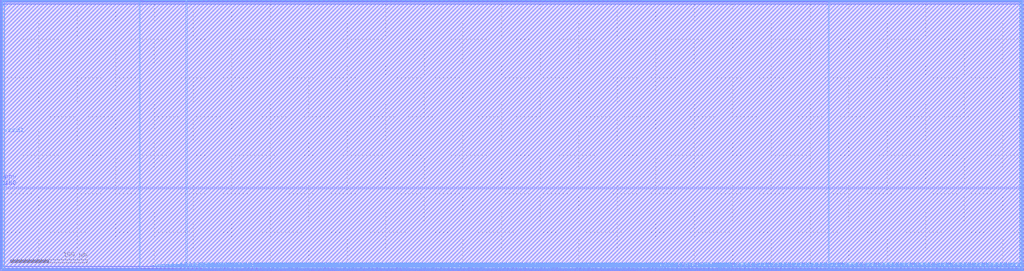
<source format=lef>
VERSION 5.4 ;
NAMESCASESENSITIVE ON ;
BUSBITCHARS "[]" ;
DIVIDERCHAR "/" ;
UNITS
  DATABASE MICRONS 1000 ;
END UNITS
MACRO sky130_sram_1r0w1rw_184x64_23
   CLASS BLOCK ;
   SIZE 1327.56 BY 351.39 ;
   SYMMETRY X Y R90 ;
   PIN din0[0]
      DIRECTION INPUT ;
      PORT
         LAYER met4 ;
         RECT  241.42 0.0 241.8 0.38 ;
      END
   END din0[0]
   PIN din0[1]
      DIRECTION INPUT ;
      PORT
         LAYER met4 ;
         RECT  247.26 0.0 247.64 0.38 ;
      END
   END din0[1]
   PIN din0[2]
      DIRECTION INPUT ;
      PORT
         LAYER met4 ;
         RECT  253.1 0.0 253.48 0.38 ;
      END
   END din0[2]
   PIN din0[3]
      DIRECTION INPUT ;
      PORT
         LAYER met4 ;
         RECT  258.94 0.0 259.32 0.38 ;
      END
   END din0[3]
   PIN din0[4]
      DIRECTION INPUT ;
      PORT
         LAYER met4 ;
         RECT  264.78 0.0 265.16 0.38 ;
      END
   END din0[4]
   PIN din0[5]
      DIRECTION INPUT ;
      PORT
         LAYER met4 ;
         RECT  270.62 0.0 271.0 0.38 ;
      END
   END din0[5]
   PIN din0[6]
      DIRECTION INPUT ;
      PORT
         LAYER met4 ;
         RECT  276.46 0.0 276.84 0.38 ;
      END
   END din0[6]
   PIN din0[7]
      DIRECTION INPUT ;
      PORT
         LAYER met4 ;
         RECT  282.3 0.0 282.68 0.38 ;
      END
   END din0[7]
   PIN din0[8]
      DIRECTION INPUT ;
      PORT
         LAYER met4 ;
         RECT  288.14 0.0 288.52 0.38 ;
      END
   END din0[8]
   PIN din0[9]
      DIRECTION INPUT ;
      PORT
         LAYER met4 ;
         RECT  293.98 0.0 294.36 0.38 ;
      END
   END din0[9]
   PIN din0[10]
      DIRECTION INPUT ;
      PORT
         LAYER met4 ;
         RECT  299.82 0.0 300.2 0.38 ;
      END
   END din0[10]
   PIN din0[11]
      DIRECTION INPUT ;
      PORT
         LAYER met4 ;
         RECT  305.66 0.0 306.04 0.38 ;
      END
   END din0[11]
   PIN din0[12]
      DIRECTION INPUT ;
      PORT
         LAYER met4 ;
         RECT  311.5 0.0 311.88 0.38 ;
      END
   END din0[12]
   PIN din0[13]
      DIRECTION INPUT ;
      PORT
         LAYER met4 ;
         RECT  317.34 0.0 317.72 0.38 ;
      END
   END din0[13]
   PIN din0[14]
      DIRECTION INPUT ;
      PORT
         LAYER met4 ;
         RECT  323.18 0.0 323.56 0.38 ;
      END
   END din0[14]
   PIN din0[15]
      DIRECTION INPUT ;
      PORT
         LAYER met4 ;
         RECT  329.02 0.0 329.4 0.38 ;
      END
   END din0[15]
   PIN din0[16]
      DIRECTION INPUT ;
      PORT
         LAYER met4 ;
         RECT  334.86 0.0 335.24 0.38 ;
      END
   END din0[16]
   PIN din0[17]
      DIRECTION INPUT ;
      PORT
         LAYER met4 ;
         RECT  340.7 0.0 341.08 0.38 ;
      END
   END din0[17]
   PIN din0[18]
      DIRECTION INPUT ;
      PORT
         LAYER met4 ;
         RECT  346.54 0.0 346.92 0.38 ;
      END
   END din0[18]
   PIN din0[19]
      DIRECTION INPUT ;
      PORT
         LAYER met4 ;
         RECT  352.38 0.0 352.76 0.38 ;
      END
   END din0[19]
   PIN din0[20]
      DIRECTION INPUT ;
      PORT
         LAYER met4 ;
         RECT  358.22 0.0 358.6 0.38 ;
      END
   END din0[20]
   PIN din0[21]
      DIRECTION INPUT ;
      PORT
         LAYER met4 ;
         RECT  364.06 0.0 364.44 0.38 ;
      END
   END din0[21]
   PIN din0[22]
      DIRECTION INPUT ;
      PORT
         LAYER met4 ;
         RECT  369.9 0.0 370.28 0.38 ;
      END
   END din0[22]
   PIN din0[23]
      DIRECTION INPUT ;
      PORT
         LAYER met4 ;
         RECT  375.74 0.0 376.12 0.38 ;
      END
   END din0[23]
   PIN din0[24]
      DIRECTION INPUT ;
      PORT
         LAYER met4 ;
         RECT  381.58 0.0 381.96 0.38 ;
      END
   END din0[24]
   PIN din0[25]
      DIRECTION INPUT ;
      PORT
         LAYER met4 ;
         RECT  387.42 0.0 387.8 0.38 ;
      END
   END din0[25]
   PIN din0[26]
      DIRECTION INPUT ;
      PORT
         LAYER met4 ;
         RECT  393.26 0.0 393.64 0.38 ;
      END
   END din0[26]
   PIN din0[27]
      DIRECTION INPUT ;
      PORT
         LAYER met4 ;
         RECT  399.1 0.0 399.48 0.38 ;
      END
   END din0[27]
   PIN din0[28]
      DIRECTION INPUT ;
      PORT
         LAYER met4 ;
         RECT  404.94 0.0 405.32 0.38 ;
      END
   END din0[28]
   PIN din0[29]
      DIRECTION INPUT ;
      PORT
         LAYER met4 ;
         RECT  410.78 0.0 411.16 0.38 ;
      END
   END din0[29]
   PIN din0[30]
      DIRECTION INPUT ;
      PORT
         LAYER met4 ;
         RECT  416.62 0.0 417.0 0.38 ;
      END
   END din0[30]
   PIN din0[31]
      DIRECTION INPUT ;
      PORT
         LAYER met4 ;
         RECT  422.46 0.0 422.84 0.38 ;
      END
   END din0[31]
   PIN din0[32]
      DIRECTION INPUT ;
      PORT
         LAYER met4 ;
         RECT  428.3 0.0 428.68 0.38 ;
      END
   END din0[32]
   PIN din0[33]
      DIRECTION INPUT ;
      PORT
         LAYER met4 ;
         RECT  434.14 0.0 434.52 0.38 ;
      END
   END din0[33]
   PIN din0[34]
      DIRECTION INPUT ;
      PORT
         LAYER met4 ;
         RECT  439.98 0.0 440.36 0.38 ;
      END
   END din0[34]
   PIN din0[35]
      DIRECTION INPUT ;
      PORT
         LAYER met4 ;
         RECT  445.82 0.0 446.2 0.38 ;
      END
   END din0[35]
   PIN din0[36]
      DIRECTION INPUT ;
      PORT
         LAYER met4 ;
         RECT  451.66 0.0 452.04 0.38 ;
      END
   END din0[36]
   PIN din0[37]
      DIRECTION INPUT ;
      PORT
         LAYER met4 ;
         RECT  457.5 0.0 457.88 0.38 ;
      END
   END din0[37]
   PIN din0[38]
      DIRECTION INPUT ;
      PORT
         LAYER met4 ;
         RECT  463.34 0.0 463.72 0.38 ;
      END
   END din0[38]
   PIN din0[39]
      DIRECTION INPUT ;
      PORT
         LAYER met4 ;
         RECT  469.18 0.0 469.56 0.38 ;
      END
   END din0[39]
   PIN din0[40]
      DIRECTION INPUT ;
      PORT
         LAYER met4 ;
         RECT  475.02 0.0 475.4 0.38 ;
      END
   END din0[40]
   PIN din0[41]
      DIRECTION INPUT ;
      PORT
         LAYER met4 ;
         RECT  480.86 0.0 481.24 0.38 ;
      END
   END din0[41]
   PIN din0[42]
      DIRECTION INPUT ;
      PORT
         LAYER met4 ;
         RECT  486.7 0.0 487.08 0.38 ;
      END
   END din0[42]
   PIN din0[43]
      DIRECTION INPUT ;
      PORT
         LAYER met4 ;
         RECT  492.54 0.0 492.92 0.38 ;
      END
   END din0[43]
   PIN din0[44]
      DIRECTION INPUT ;
      PORT
         LAYER met4 ;
         RECT  498.38 0.0 498.76 0.38 ;
      END
   END din0[44]
   PIN din0[45]
      DIRECTION INPUT ;
      PORT
         LAYER met4 ;
         RECT  504.22 0.0 504.6 0.38 ;
      END
   END din0[45]
   PIN din0[46]
      DIRECTION INPUT ;
      PORT
         LAYER met4 ;
         RECT  510.06 0.0 510.44 0.38 ;
      END
   END din0[46]
   PIN din0[47]
      DIRECTION INPUT ;
      PORT
         LAYER met4 ;
         RECT  515.9 0.0 516.28 0.38 ;
      END
   END din0[47]
   PIN din0[48]
      DIRECTION INPUT ;
      PORT
         LAYER met4 ;
         RECT  521.74 0.0 522.12 0.38 ;
      END
   END din0[48]
   PIN din0[49]
      DIRECTION INPUT ;
      PORT
         LAYER met4 ;
         RECT  527.58 0.0 527.96 0.38 ;
      END
   END din0[49]
   PIN din0[50]
      DIRECTION INPUT ;
      PORT
         LAYER met4 ;
         RECT  533.42 0.0 533.8 0.38 ;
      END
   END din0[50]
   PIN din0[51]
      DIRECTION INPUT ;
      PORT
         LAYER met4 ;
         RECT  539.26 0.0 539.64 0.38 ;
      END
   END din0[51]
   PIN din0[52]
      DIRECTION INPUT ;
      PORT
         LAYER met4 ;
         RECT  545.1 0.0 545.48 0.38 ;
      END
   END din0[52]
   PIN din0[53]
      DIRECTION INPUT ;
      PORT
         LAYER met4 ;
         RECT  550.94 0.0 551.32 0.38 ;
      END
   END din0[53]
   PIN din0[54]
      DIRECTION INPUT ;
      PORT
         LAYER met4 ;
         RECT  556.78 0.0 557.16 0.38 ;
      END
   END din0[54]
   PIN din0[55]
      DIRECTION INPUT ;
      PORT
         LAYER met4 ;
         RECT  562.62 0.0 563.0 0.38 ;
      END
   END din0[55]
   PIN din0[56]
      DIRECTION INPUT ;
      PORT
         LAYER met4 ;
         RECT  568.46 0.0 568.84 0.38 ;
      END
   END din0[56]
   PIN din0[57]
      DIRECTION INPUT ;
      PORT
         LAYER met4 ;
         RECT  574.3 0.0 574.68 0.38 ;
      END
   END din0[57]
   PIN din0[58]
      DIRECTION INPUT ;
      PORT
         LAYER met4 ;
         RECT  580.14 0.0 580.52 0.38 ;
      END
   END din0[58]
   PIN din0[59]
      DIRECTION INPUT ;
      PORT
         LAYER met4 ;
         RECT  585.98 0.0 586.36 0.38 ;
      END
   END din0[59]
   PIN din0[60]
      DIRECTION INPUT ;
      PORT
         LAYER met4 ;
         RECT  591.82 0.0 592.2 0.38 ;
      END
   END din0[60]
   PIN din0[61]
      DIRECTION INPUT ;
      PORT
         LAYER met4 ;
         RECT  597.66 0.0 598.04 0.38 ;
      END
   END din0[61]
   PIN din0[62]
      DIRECTION INPUT ;
      PORT
         LAYER met4 ;
         RECT  603.5 0.0 603.88 0.38 ;
      END
   END din0[62]
   PIN din0[63]
      DIRECTION INPUT ;
      PORT
         LAYER met4 ;
         RECT  609.34 0.0 609.72 0.38 ;
      END
   END din0[63]
   PIN din0[64]
      DIRECTION INPUT ;
      PORT
         LAYER met4 ;
         RECT  615.18 0.0 615.56 0.38 ;
      END
   END din0[64]
   PIN din0[65]
      DIRECTION INPUT ;
      PORT
         LAYER met4 ;
         RECT  621.02 0.0 621.4 0.38 ;
      END
   END din0[65]
   PIN din0[66]
      DIRECTION INPUT ;
      PORT
         LAYER met4 ;
         RECT  626.86 0.0 627.24 0.38 ;
      END
   END din0[66]
   PIN din0[67]
      DIRECTION INPUT ;
      PORT
         LAYER met4 ;
         RECT  632.7 0.0 633.08 0.38 ;
      END
   END din0[67]
   PIN din0[68]
      DIRECTION INPUT ;
      PORT
         LAYER met4 ;
         RECT  638.54 0.0 638.92 0.38 ;
      END
   END din0[68]
   PIN din0[69]
      DIRECTION INPUT ;
      PORT
         LAYER met4 ;
         RECT  644.38 0.0 644.76 0.38 ;
      END
   END din0[69]
   PIN din0[70]
      DIRECTION INPUT ;
      PORT
         LAYER met4 ;
         RECT  650.22 0.0 650.6 0.38 ;
      END
   END din0[70]
   PIN din0[71]
      DIRECTION INPUT ;
      PORT
         LAYER met4 ;
         RECT  656.06 0.0 656.44 0.38 ;
      END
   END din0[71]
   PIN din0[72]
      DIRECTION INPUT ;
      PORT
         LAYER met4 ;
         RECT  661.9 0.0 662.28 0.38 ;
      END
   END din0[72]
   PIN din0[73]
      DIRECTION INPUT ;
      PORT
         LAYER met4 ;
         RECT  667.74 0.0 668.12 0.38 ;
      END
   END din0[73]
   PIN din0[74]
      DIRECTION INPUT ;
      PORT
         LAYER met4 ;
         RECT  673.58 0.0 673.96 0.38 ;
      END
   END din0[74]
   PIN din0[75]
      DIRECTION INPUT ;
      PORT
         LAYER met4 ;
         RECT  679.42 0.0 679.8 0.38 ;
      END
   END din0[75]
   PIN din0[76]
      DIRECTION INPUT ;
      PORT
         LAYER met4 ;
         RECT  685.26 0.0 685.64 0.38 ;
      END
   END din0[76]
   PIN din0[77]
      DIRECTION INPUT ;
      PORT
         LAYER met4 ;
         RECT  691.1 0.0 691.48 0.38 ;
      END
   END din0[77]
   PIN din0[78]
      DIRECTION INPUT ;
      PORT
         LAYER met4 ;
         RECT  696.94 0.0 697.32 0.38 ;
      END
   END din0[78]
   PIN din0[79]
      DIRECTION INPUT ;
      PORT
         LAYER met4 ;
         RECT  702.78 0.0 703.16 0.38 ;
      END
   END din0[79]
   PIN din0[80]
      DIRECTION INPUT ;
      PORT
         LAYER met4 ;
         RECT  708.62 0.0 709.0 0.38 ;
      END
   END din0[80]
   PIN din0[81]
      DIRECTION INPUT ;
      PORT
         LAYER met4 ;
         RECT  714.46 0.0 714.84 0.38 ;
      END
   END din0[81]
   PIN din0[82]
      DIRECTION INPUT ;
      PORT
         LAYER met4 ;
         RECT  720.3 0.0 720.68 0.38 ;
      END
   END din0[82]
   PIN din0[83]
      DIRECTION INPUT ;
      PORT
         LAYER met4 ;
         RECT  726.14 0.0 726.52 0.38 ;
      END
   END din0[83]
   PIN din0[84]
      DIRECTION INPUT ;
      PORT
         LAYER met4 ;
         RECT  731.98 0.0 732.36 0.38 ;
      END
   END din0[84]
   PIN din0[85]
      DIRECTION INPUT ;
      PORT
         LAYER met4 ;
         RECT  737.82 0.0 738.2 0.38 ;
      END
   END din0[85]
   PIN din0[86]
      DIRECTION INPUT ;
      PORT
         LAYER met4 ;
         RECT  743.66 0.0 744.04 0.38 ;
      END
   END din0[86]
   PIN din0[87]
      DIRECTION INPUT ;
      PORT
         LAYER met4 ;
         RECT  749.5 0.0 749.88 0.38 ;
      END
   END din0[87]
   PIN din0[88]
      DIRECTION INPUT ;
      PORT
         LAYER met4 ;
         RECT  755.34 0.0 755.72 0.38 ;
      END
   END din0[88]
   PIN din0[89]
      DIRECTION INPUT ;
      PORT
         LAYER met4 ;
         RECT  761.18 0.0 761.56 0.38 ;
      END
   END din0[89]
   PIN din0[90]
      DIRECTION INPUT ;
      PORT
         LAYER met4 ;
         RECT  767.02 0.0 767.4 0.38 ;
      END
   END din0[90]
   PIN din0[91]
      DIRECTION INPUT ;
      PORT
         LAYER met4 ;
         RECT  772.86 0.0 773.24 0.38 ;
      END
   END din0[91]
   PIN din0[92]
      DIRECTION INPUT ;
      PORT
         LAYER met4 ;
         RECT  778.7 0.0 779.08 0.38 ;
      END
   END din0[92]
   PIN din0[93]
      DIRECTION INPUT ;
      PORT
         LAYER met4 ;
         RECT  784.54 0.0 784.92 0.38 ;
      END
   END din0[93]
   PIN din0[94]
      DIRECTION INPUT ;
      PORT
         LAYER met4 ;
         RECT  790.38 0.0 790.76 0.38 ;
      END
   END din0[94]
   PIN din0[95]
      DIRECTION INPUT ;
      PORT
         LAYER met4 ;
         RECT  796.22 0.0 796.6 0.38 ;
      END
   END din0[95]
   PIN din0[96]
      DIRECTION INPUT ;
      PORT
         LAYER met4 ;
         RECT  802.06 0.0 802.44 0.38 ;
      END
   END din0[96]
   PIN din0[97]
      DIRECTION INPUT ;
      PORT
         LAYER met4 ;
         RECT  807.9 0.0 808.28 0.38 ;
      END
   END din0[97]
   PIN din0[98]
      DIRECTION INPUT ;
      PORT
         LAYER met4 ;
         RECT  813.74 0.0 814.12 0.38 ;
      END
   END din0[98]
   PIN din0[99]
      DIRECTION INPUT ;
      PORT
         LAYER met4 ;
         RECT  819.58 0.0 819.96 0.38 ;
      END
   END din0[99]
   PIN din0[100]
      DIRECTION INPUT ;
      PORT
         LAYER met4 ;
         RECT  825.42 0.0 825.8 0.38 ;
      END
   END din0[100]
   PIN din0[101]
      DIRECTION INPUT ;
      PORT
         LAYER met4 ;
         RECT  831.26 0.0 831.64 0.38 ;
      END
   END din0[101]
   PIN din0[102]
      DIRECTION INPUT ;
      PORT
         LAYER met4 ;
         RECT  837.1 0.0 837.48 0.38 ;
      END
   END din0[102]
   PIN din0[103]
      DIRECTION INPUT ;
      PORT
         LAYER met4 ;
         RECT  842.94 0.0 843.32 0.38 ;
      END
   END din0[103]
   PIN din0[104]
      DIRECTION INPUT ;
      PORT
         LAYER met4 ;
         RECT  848.78 0.0 849.16 0.38 ;
      END
   END din0[104]
   PIN din0[105]
      DIRECTION INPUT ;
      PORT
         LAYER met4 ;
         RECT  854.62 0.0 855.0 0.38 ;
      END
   END din0[105]
   PIN din0[106]
      DIRECTION INPUT ;
      PORT
         LAYER met4 ;
         RECT  860.46 0.0 860.84 0.38 ;
      END
   END din0[106]
   PIN din0[107]
      DIRECTION INPUT ;
      PORT
         LAYER met4 ;
         RECT  866.3 0.0 866.68 0.38 ;
      END
   END din0[107]
   PIN din0[108]
      DIRECTION INPUT ;
      PORT
         LAYER met4 ;
         RECT  872.14 0.0 872.52 0.38 ;
      END
   END din0[108]
   PIN din0[109]
      DIRECTION INPUT ;
      PORT
         LAYER met4 ;
         RECT  877.98 0.0 878.36 0.38 ;
      END
   END din0[109]
   PIN din0[110]
      DIRECTION INPUT ;
      PORT
         LAYER met4 ;
         RECT  883.82 0.0 884.2 0.38 ;
      END
   END din0[110]
   PIN din0[111]
      DIRECTION INPUT ;
      PORT
         LAYER met4 ;
         RECT  889.66 0.0 890.04 0.38 ;
      END
   END din0[111]
   PIN din0[112]
      DIRECTION INPUT ;
      PORT
         LAYER met4 ;
         RECT  895.5 0.0 895.88 0.38 ;
      END
   END din0[112]
   PIN din0[113]
      DIRECTION INPUT ;
      PORT
         LAYER met4 ;
         RECT  901.34 0.0 901.72 0.38 ;
      END
   END din0[113]
   PIN din0[114]
      DIRECTION INPUT ;
      PORT
         LAYER met4 ;
         RECT  907.18 0.0 907.56 0.38 ;
      END
   END din0[114]
   PIN din0[115]
      DIRECTION INPUT ;
      PORT
         LAYER met4 ;
         RECT  913.02 0.0 913.4 0.38 ;
      END
   END din0[115]
   PIN din0[116]
      DIRECTION INPUT ;
      PORT
         LAYER met4 ;
         RECT  918.86 0.0 919.24 0.38 ;
      END
   END din0[116]
   PIN din0[117]
      DIRECTION INPUT ;
      PORT
         LAYER met4 ;
         RECT  924.7 0.0 925.08 0.38 ;
      END
   END din0[117]
   PIN din0[118]
      DIRECTION INPUT ;
      PORT
         LAYER met4 ;
         RECT  930.54 0.0 930.92 0.38 ;
      END
   END din0[118]
   PIN din0[119]
      DIRECTION INPUT ;
      PORT
         LAYER met4 ;
         RECT  936.38 0.0 936.76 0.38 ;
      END
   END din0[119]
   PIN din0[120]
      DIRECTION INPUT ;
      PORT
         LAYER met4 ;
         RECT  942.22 0.0 942.6 0.38 ;
      END
   END din0[120]
   PIN din0[121]
      DIRECTION INPUT ;
      PORT
         LAYER met4 ;
         RECT  948.06 0.0 948.44 0.38 ;
      END
   END din0[121]
   PIN din0[122]
      DIRECTION INPUT ;
      PORT
         LAYER met4 ;
         RECT  953.9 0.0 954.28 0.38 ;
      END
   END din0[122]
   PIN din0[123]
      DIRECTION INPUT ;
      PORT
         LAYER met4 ;
         RECT  959.74 0.0 960.12 0.38 ;
      END
   END din0[123]
   PIN din0[124]
      DIRECTION INPUT ;
      PORT
         LAYER met4 ;
         RECT  965.58 0.0 965.96 0.38 ;
      END
   END din0[124]
   PIN din0[125]
      DIRECTION INPUT ;
      PORT
         LAYER met4 ;
         RECT  971.42 0.0 971.8 0.38 ;
      END
   END din0[125]
   PIN din0[126]
      DIRECTION INPUT ;
      PORT
         LAYER met4 ;
         RECT  977.26 0.0 977.64 0.38 ;
      END
   END din0[126]
   PIN din0[127]
      DIRECTION INPUT ;
      PORT
         LAYER met4 ;
         RECT  983.1 0.0 983.48 0.38 ;
      END
   END din0[127]
   PIN din0[128]
      DIRECTION INPUT ;
      PORT
         LAYER met4 ;
         RECT  988.94 0.0 989.32 0.38 ;
      END
   END din0[128]
   PIN din0[129]
      DIRECTION INPUT ;
      PORT
         LAYER met4 ;
         RECT  994.78 0.0 995.16 0.38 ;
      END
   END din0[129]
   PIN din0[130]
      DIRECTION INPUT ;
      PORT
         LAYER met4 ;
         RECT  1000.62 0.0 1001.0 0.38 ;
      END
   END din0[130]
   PIN din0[131]
      DIRECTION INPUT ;
      PORT
         LAYER met4 ;
         RECT  1006.46 0.0 1006.84 0.38 ;
      END
   END din0[131]
   PIN din0[132]
      DIRECTION INPUT ;
      PORT
         LAYER met4 ;
         RECT  1012.3 0.0 1012.68 0.38 ;
      END
   END din0[132]
   PIN din0[133]
      DIRECTION INPUT ;
      PORT
         LAYER met4 ;
         RECT  1018.14 0.0 1018.52 0.38 ;
      END
   END din0[133]
   PIN din0[134]
      DIRECTION INPUT ;
      PORT
         LAYER met4 ;
         RECT  1023.98 0.0 1024.36 0.38 ;
      END
   END din0[134]
   PIN din0[135]
      DIRECTION INPUT ;
      PORT
         LAYER met4 ;
         RECT  1029.82 0.0 1030.2 0.38 ;
      END
   END din0[135]
   PIN din0[136]
      DIRECTION INPUT ;
      PORT
         LAYER met4 ;
         RECT  1035.66 0.0 1036.04 0.38 ;
      END
   END din0[136]
   PIN din0[137]
      DIRECTION INPUT ;
      PORT
         LAYER met4 ;
         RECT  1041.5 0.0 1041.88 0.38 ;
      END
   END din0[137]
   PIN din0[138]
      DIRECTION INPUT ;
      PORT
         LAYER met4 ;
         RECT  1047.34 0.0 1047.72 0.38 ;
      END
   END din0[138]
   PIN din0[139]
      DIRECTION INPUT ;
      PORT
         LAYER met4 ;
         RECT  1053.18 0.0 1053.56 0.38 ;
      END
   END din0[139]
   PIN din0[140]
      DIRECTION INPUT ;
      PORT
         LAYER met4 ;
         RECT  1059.02 0.0 1059.4 0.38 ;
      END
   END din0[140]
   PIN din0[141]
      DIRECTION INPUT ;
      PORT
         LAYER met4 ;
         RECT  1064.86 0.0 1065.24 0.38 ;
      END
   END din0[141]
   PIN din0[142]
      DIRECTION INPUT ;
      PORT
         LAYER met4 ;
         RECT  1070.7 0.0 1071.08 0.38 ;
      END
   END din0[142]
   PIN din0[143]
      DIRECTION INPUT ;
      PORT
         LAYER met4 ;
         RECT  1076.54 0.0 1076.92 0.38 ;
      END
   END din0[143]
   PIN din0[144]
      DIRECTION INPUT ;
      PORT
         LAYER met4 ;
         RECT  1082.38 0.0 1082.76 0.38 ;
      END
   END din0[144]
   PIN din0[145]
      DIRECTION INPUT ;
      PORT
         LAYER met4 ;
         RECT  1088.22 0.0 1088.6 0.38 ;
      END
   END din0[145]
   PIN din0[146]
      DIRECTION INPUT ;
      PORT
         LAYER met4 ;
         RECT  1094.06 0.0 1094.44 0.38 ;
      END
   END din0[146]
   PIN din0[147]
      DIRECTION INPUT ;
      PORT
         LAYER met4 ;
         RECT  1099.9 0.0 1100.28 0.38 ;
      END
   END din0[147]
   PIN din0[148]
      DIRECTION INPUT ;
      PORT
         LAYER met4 ;
         RECT  1105.74 0.0 1106.12 0.38 ;
      END
   END din0[148]
   PIN din0[149]
      DIRECTION INPUT ;
      PORT
         LAYER met4 ;
         RECT  1111.58 0.0 1111.96 0.38 ;
      END
   END din0[149]
   PIN din0[150]
      DIRECTION INPUT ;
      PORT
         LAYER met4 ;
         RECT  1117.42 0.0 1117.8 0.38 ;
      END
   END din0[150]
   PIN din0[151]
      DIRECTION INPUT ;
      PORT
         LAYER met4 ;
         RECT  1123.26 0.0 1123.64 0.38 ;
      END
   END din0[151]
   PIN din0[152]
      DIRECTION INPUT ;
      PORT
         LAYER met4 ;
         RECT  1129.1 0.0 1129.48 0.38 ;
      END
   END din0[152]
   PIN din0[153]
      DIRECTION INPUT ;
      PORT
         LAYER met4 ;
         RECT  1134.94 0.0 1135.32 0.38 ;
      END
   END din0[153]
   PIN din0[154]
      DIRECTION INPUT ;
      PORT
         LAYER met4 ;
         RECT  1140.78 0.0 1141.16 0.38 ;
      END
   END din0[154]
   PIN din0[155]
      DIRECTION INPUT ;
      PORT
         LAYER met4 ;
         RECT  1146.62 0.0 1147.0 0.38 ;
      END
   END din0[155]
   PIN din0[156]
      DIRECTION INPUT ;
      PORT
         LAYER met4 ;
         RECT  1152.46 0.0 1152.84 0.38 ;
      END
   END din0[156]
   PIN din0[157]
      DIRECTION INPUT ;
      PORT
         LAYER met4 ;
         RECT  1158.3 0.0 1158.68 0.38 ;
      END
   END din0[157]
   PIN din0[158]
      DIRECTION INPUT ;
      PORT
         LAYER met4 ;
         RECT  1164.14 0.0 1164.52 0.38 ;
      END
   END din0[158]
   PIN din0[159]
      DIRECTION INPUT ;
      PORT
         LAYER met4 ;
         RECT  1169.98 0.0 1170.36 0.38 ;
      END
   END din0[159]
   PIN din0[160]
      DIRECTION INPUT ;
      PORT
         LAYER met4 ;
         RECT  1175.82 0.0 1176.2 0.38 ;
      END
   END din0[160]
   PIN din0[161]
      DIRECTION INPUT ;
      PORT
         LAYER met4 ;
         RECT  1181.66 0.0 1182.04 0.38 ;
      END
   END din0[161]
   PIN din0[162]
      DIRECTION INPUT ;
      PORT
         LAYER met4 ;
         RECT  1187.5 0.0 1187.88 0.38 ;
      END
   END din0[162]
   PIN din0[163]
      DIRECTION INPUT ;
      PORT
         LAYER met4 ;
         RECT  1193.34 0.0 1193.72 0.38 ;
      END
   END din0[163]
   PIN din0[164]
      DIRECTION INPUT ;
      PORT
         LAYER met4 ;
         RECT  1199.18 0.0 1199.56 0.38 ;
      END
   END din0[164]
   PIN din0[165]
      DIRECTION INPUT ;
      PORT
         LAYER met4 ;
         RECT  1205.02 0.0 1205.4 0.38 ;
      END
   END din0[165]
   PIN din0[166]
      DIRECTION INPUT ;
      PORT
         LAYER met4 ;
         RECT  1210.86 0.0 1211.24 0.38 ;
      END
   END din0[166]
   PIN din0[167]
      DIRECTION INPUT ;
      PORT
         LAYER met4 ;
         RECT  1216.7 0.0 1217.08 0.38 ;
      END
   END din0[167]
   PIN din0[168]
      DIRECTION INPUT ;
      PORT
         LAYER met4 ;
         RECT  1222.54 0.0 1222.92 0.38 ;
      END
   END din0[168]
   PIN din0[169]
      DIRECTION INPUT ;
      PORT
         LAYER met4 ;
         RECT  1228.38 0.0 1228.76 0.38 ;
      END
   END din0[169]
   PIN din0[170]
      DIRECTION INPUT ;
      PORT
         LAYER met4 ;
         RECT  1234.22 0.0 1234.6 0.38 ;
      END
   END din0[170]
   PIN din0[171]
      DIRECTION INPUT ;
      PORT
         LAYER met4 ;
         RECT  1240.06 0.0 1240.44 0.38 ;
      END
   END din0[171]
   PIN din0[172]
      DIRECTION INPUT ;
      PORT
         LAYER met4 ;
         RECT  1245.9 0.0 1246.28 0.38 ;
      END
   END din0[172]
   PIN din0[173]
      DIRECTION INPUT ;
      PORT
         LAYER met4 ;
         RECT  1251.74 0.0 1252.12 0.38 ;
      END
   END din0[173]
   PIN din0[174]
      DIRECTION INPUT ;
      PORT
         LAYER met4 ;
         RECT  1257.58 0.0 1257.96 0.38 ;
      END
   END din0[174]
   PIN din0[175]
      DIRECTION INPUT ;
      PORT
         LAYER met4 ;
         RECT  1263.42 0.0 1263.8 0.38 ;
      END
   END din0[175]
   PIN din0[176]
      DIRECTION INPUT ;
      PORT
         LAYER met4 ;
         RECT  1269.26 0.0 1269.64 0.38 ;
      END
   END din0[176]
   PIN din0[177]
      DIRECTION INPUT ;
      PORT
         LAYER met4 ;
         RECT  1275.1 0.0 1275.48 0.38 ;
      END
   END din0[177]
   PIN din0[178]
      DIRECTION INPUT ;
      PORT
         LAYER met4 ;
         RECT  1280.94 0.0 1281.32 0.38 ;
      END
   END din0[178]
   PIN din0[179]
      DIRECTION INPUT ;
      PORT
         LAYER met4 ;
         RECT  1286.78 0.0 1287.16 0.38 ;
      END
   END din0[179]
   PIN din0[180]
      DIRECTION INPUT ;
      PORT
         LAYER met4 ;
         RECT  1292.62 0.0 1293.0 0.38 ;
      END
   END din0[180]
   PIN din0[181]
      DIRECTION INPUT ;
      PORT
         LAYER met4 ;
         RECT  1298.46 0.0 1298.84 0.38 ;
      END
   END din0[181]
   PIN din0[182]
      DIRECTION INPUT ;
      PORT
         LAYER met4 ;
         RECT  1304.3 0.0 1304.68 0.38 ;
      END
   END din0[182]
   PIN din0[183]
      DIRECTION INPUT ;
      PORT
         LAYER met4 ;
         RECT  1310.14 0.0 1310.52 0.38 ;
      END
   END din0[183]
   PIN addr0[0]
      DIRECTION INPUT ;
      PORT
         LAYER met4 ;
         RECT  180.79 351.01 181.17 351.39 ;
      END
   END addr0[0]
   PIN addr0[1]
      DIRECTION INPUT ;
      PORT
         LAYER met4 ;
         RECT  185.145 351.01 185.525 351.39 ;
      END
   END addr0[1]
   PIN addr0[2]
      DIRECTION INPUT ;
      PORT
         LAYER met4 ;
         RECT  181.48 351.01 181.86 351.39 ;
      END
   END addr0[2]
   PIN addr0[3]
      DIRECTION INPUT ;
      PORT
         LAYER met4 ;
         RECT  184.455 351.01 184.835 351.39 ;
      END
   END addr0[3]
   PIN addr0[4]
      DIRECTION INPUT ;
      PORT
         LAYER met4 ;
         RECT  183.765 351.01 184.145 351.39 ;
      END
   END addr0[4]
   PIN addr0[5]
      DIRECTION INPUT ;
      PORT
         LAYER met4 ;
         RECT  183.02 351.01 183.4 351.39 ;
      END
   END addr0[5]
   PIN addr1[0]
      DIRECTION INPUT ;
      PORT
         LAYER met4 ;
         RECT  903.165 0.0 903.545 0.38 ;
      END
   END addr1[0]
   PIN addr1[1]
      DIRECTION INPUT ;
      PORT
         LAYER met4 ;
         RECT  908.56 0.0 908.94 0.38 ;
      END
   END addr1[1]
   PIN addr1[2]
      DIRECTION INPUT ;
      PORT
         LAYER met4 ;
         RECT  903.855 0.0 904.235 0.38 ;
      END
   END addr1[2]
   PIN addr1[3]
      DIRECTION INPUT ;
      PORT
         LAYER met4 ;
         RECT  907.87 0.0 908.25 0.38 ;
      END
   END addr1[3]
   PIN addr1[4]
      DIRECTION INPUT ;
      PORT
         LAYER met4 ;
         RECT  904.545 0.0 904.925 0.38 ;
      END
   END addr1[4]
   PIN addr1[5]
      DIRECTION INPUT ;
      PORT
         LAYER met4 ;
         RECT  905.235 0.0 905.615 0.38 ;
      END
   END addr1[5]
   PIN csb0
      DIRECTION INPUT ;
      PORT
         LAYER met3 ;
         RECT  0.0 107.01 0.38 107.39 ;
      END
   END csb0
   PIN csb1
      DIRECTION INPUT ;
      PORT
         LAYER met4 ;
         RECT  1074.13 351.01 1074.51 351.39 ;
      END
   END csb1
   PIN web0
      DIRECTION INPUT ;
      PORT
         LAYER met3 ;
         RECT  0.0 115.51 0.38 115.89 ;
      END
   END web0
   PIN clk0
      DIRECTION INPUT ;
      PORT
         LAYER met3 ;
         RECT  0.0 107.755 0.38 108.135 ;
      END
   END clk0
   PIN clk1
      DIRECTION INPUT ;
      PORT
         LAYER met4 ;
         RECT  1057.36 351.01 1057.74 351.39 ;
      END
   END clk1
   PIN wmask0[0]
      DIRECTION INPUT ;
      PORT
         LAYER met4 ;
         RECT  194.7 0.0 195.08 0.38 ;
      END
   END wmask0[0]
   PIN wmask0[1]
      DIRECTION INPUT ;
      PORT
         LAYER met4 ;
         RECT  200.54 0.0 200.92 0.38 ;
      END
   END wmask0[1]
   PIN wmask0[2]
      DIRECTION INPUT ;
      PORT
         LAYER met4 ;
         RECT  206.38 0.0 206.76 0.38 ;
      END
   END wmask0[2]
   PIN wmask0[3]
      DIRECTION INPUT ;
      PORT
         LAYER met4 ;
         RECT  212.22 0.0 212.6 0.38 ;
      END
   END wmask0[3]
   PIN wmask0[4]
      DIRECTION INPUT ;
      PORT
         LAYER met4 ;
         RECT  218.06 0.0 218.44 0.38 ;
      END
   END wmask0[4]
   PIN wmask0[5]
      DIRECTION INPUT ;
      PORT
         LAYER met4 ;
         RECT  223.9 0.0 224.28 0.38 ;
      END
   END wmask0[5]
   PIN wmask0[6]
      DIRECTION INPUT ;
      PORT
         LAYER met4 ;
         RECT  229.74 0.0 230.12 0.38 ;
      END
   END wmask0[6]
   PIN wmask0[7]
      DIRECTION INPUT ;
      PORT
         LAYER met4 ;
         RECT  235.58 0.0 235.96 0.38 ;
      END
   END wmask0[7]
   PIN dout0[0]
      DIRECTION OUTPUT ;
      PORT
         LAYER met4 ;
         RECT  256.56 0.0 256.94 0.38 ;
      END
   END dout0[0]
   PIN dout0[1]
      DIRECTION OUTPUT ;
      PORT
         LAYER met4 ;
         RECT  262.855 0.0 263.235 0.38 ;
      END
   END dout0[1]
   PIN dout0[2]
      DIRECTION OUTPUT ;
      PORT
         LAYER met4 ;
         RECT  265.47 0.0 265.85 0.38 ;
      END
   END dout0[2]
   PIN dout0[3]
      DIRECTION OUTPUT ;
      PORT
         LAYER met4 ;
         RECT  268.815 0.0 269.195 0.38 ;
      END
   END dout0[3]
   PIN dout0[4]
      DIRECTION OUTPUT ;
      PORT
         LAYER met4 ;
         RECT  271.685 0.0 272.065 0.38 ;
      END
   END dout0[4]
   PIN dout0[5]
      DIRECTION OUTPUT ;
      PORT
         LAYER met4 ;
         RECT  273.395 0.0 273.775 0.38 ;
      END
   END dout0[5]
   PIN dout0[6]
      DIRECTION OUTPUT ;
      PORT
         LAYER met4 ;
         RECT  277.15 0.0 277.53 0.38 ;
      END
   END dout0[6]
   PIN dout0[7]
      DIRECTION OUTPUT ;
      PORT
         LAYER met4 ;
         RECT  279.635 0.0 280.015 0.38 ;
      END
   END dout0[7]
   PIN dout0[8]
      DIRECTION OUTPUT ;
      PORT
         LAYER met4 ;
         RECT  282.99 0.0 283.37 0.38 ;
      END
   END dout0[8]
   PIN dout0[9]
      DIRECTION OUTPUT ;
      PORT
         LAYER met4 ;
         RECT  288.83 0.0 289.21 0.38 ;
      END
   END dout0[9]
   PIN dout0[10]
      DIRECTION OUTPUT ;
      PORT
         LAYER met4 ;
         RECT  290.405 0.0 290.785 0.38 ;
      END
   END dout0[10]
   PIN dout0[11]
      DIRECTION OUTPUT ;
      PORT
         LAYER met4 ;
         RECT  294.67 0.0 295.05 0.38 ;
      END
   END dout0[11]
   PIN dout0[12]
      DIRECTION OUTPUT ;
      PORT
         LAYER met4 ;
         RECT  295.36 0.0 295.74 0.38 ;
      END
   END dout0[12]
   PIN dout0[13]
      DIRECTION OUTPUT ;
      PORT
         LAYER met4 ;
         RECT  300.51 0.0 300.89 0.38 ;
      END
   END dout0[13]
   PIN dout0[14]
      DIRECTION OUTPUT ;
      PORT
         LAYER met4 ;
         RECT  301.505 0.0 301.885 0.38 ;
      END
   END dout0[14]
   PIN dout0[15]
      DIRECTION OUTPUT ;
      PORT
         LAYER met4 ;
         RECT  306.535 0.0 306.915 0.38 ;
      END
   END dout0[15]
   PIN dout0[16]
      DIRECTION OUTPUT ;
      PORT
         LAYER met4 ;
         RECT  307.745 0.0 308.125 0.38 ;
      END
   END dout0[16]
   PIN dout0[17]
      DIRECTION OUTPUT ;
      PORT
         LAYER met4 ;
         RECT  312.775 0.0 313.155 0.38 ;
      END
   END dout0[17]
   PIN dout0[18]
      DIRECTION OUTPUT ;
      PORT
         LAYER met4 ;
         RECT  313.985 0.0 314.365 0.38 ;
      END
   END dout0[18]
   PIN dout0[19]
      DIRECTION OUTPUT ;
      PORT
         LAYER met4 ;
         RECT  319.015 0.0 319.395 0.38 ;
      END
   END dout0[19]
   PIN dout0[20]
      DIRECTION OUTPUT ;
      PORT
         LAYER met4 ;
         RECT  320.225 0.0 320.605 0.38 ;
      END
   END dout0[20]
   PIN dout0[21]
      DIRECTION OUTPUT ;
      PORT
         LAYER met4 ;
         RECT  325.255 0.0 325.635 0.38 ;
      END
   END dout0[21]
   PIN dout0[22]
      DIRECTION OUTPUT ;
      PORT
         LAYER met4 ;
         RECT  326.465 0.0 326.845 0.38 ;
      END
   END dout0[22]
   PIN dout0[23]
      DIRECTION OUTPUT ;
      PORT
         LAYER met4 ;
         RECT  331.495 0.0 331.875 0.38 ;
      END
   END dout0[23]
   PIN dout0[24]
      DIRECTION OUTPUT ;
      PORT
         LAYER met4 ;
         RECT  332.705 0.0 333.085 0.38 ;
      END
   END dout0[24]
   PIN dout0[25]
      DIRECTION OUTPUT ;
      PORT
         LAYER met4 ;
         RECT  337.735 0.0 338.115 0.38 ;
      END
   END dout0[25]
   PIN dout0[26]
      DIRECTION OUTPUT ;
      PORT
         LAYER met4 ;
         RECT  338.895 0.0 339.275 0.38 ;
      END
   END dout0[26]
   PIN dout0[27]
      DIRECTION OUTPUT ;
      PORT
         LAYER met4 ;
         RECT  343.975 0.0 344.355 0.38 ;
      END
   END dout0[27]
   PIN dout0[28]
      DIRECTION OUTPUT ;
      PORT
         LAYER met4 ;
         RECT  344.735 0.0 345.115 0.38 ;
      END
   END dout0[28]
   PIN dout0[29]
      DIRECTION OUTPUT ;
      PORT
         LAYER met4 ;
         RECT  350.215 0.0 350.595 0.38 ;
      END
   END dout0[29]
   PIN dout0[30]
      DIRECTION OUTPUT ;
      PORT
         LAYER met4 ;
         RECT  353.07 0.0 353.45 0.38 ;
      END
   END dout0[30]
   PIN dout0[31]
      DIRECTION OUTPUT ;
      PORT
         LAYER met4 ;
         RECT  356.415 0.0 356.795 0.38 ;
      END
   END dout0[31]
   PIN dout0[32]
      DIRECTION OUTPUT ;
      PORT
         LAYER met4 ;
         RECT  359.045 0.0 359.425 0.38 ;
      END
   END dout0[32]
   PIN dout0[33]
      DIRECTION OUTPUT ;
      PORT
         LAYER met4 ;
         RECT  362.255 0.0 362.635 0.38 ;
      END
   END dout0[33]
   PIN dout0[34]
      DIRECTION OUTPUT ;
      PORT
         LAYER met4 ;
         RECT  365.285 0.0 365.665 0.38 ;
      END
   END dout0[34]
   PIN dout0[35]
      DIRECTION OUTPUT ;
      PORT
         LAYER met4 ;
         RECT  368.095 0.0 368.475 0.38 ;
      END
   END dout0[35]
   PIN dout0[36]
      DIRECTION OUTPUT ;
      PORT
         LAYER met4 ;
         RECT  370.59 0.0 370.97 0.38 ;
      END
   END dout0[36]
   PIN dout0[37]
      DIRECTION OUTPUT ;
      PORT
         LAYER met4 ;
         RECT  373.235 0.0 373.615 0.38 ;
      END
   END dout0[37]
   PIN dout0[38]
      DIRECTION OUTPUT ;
      PORT
         LAYER met4 ;
         RECT  376.445 0.0 376.825 0.38 ;
      END
   END dout0[38]
   PIN dout0[39]
      DIRECTION OUTPUT ;
      PORT
         LAYER met4 ;
         RECT  382.27 0.0 382.65 0.38 ;
      END
   END dout0[39]
   PIN dout0[40]
      DIRECTION OUTPUT ;
      PORT
         LAYER met4 ;
         RECT  384.005 0.0 384.385 0.38 ;
      END
   END dout0[40]
   PIN dout0[41]
      DIRECTION OUTPUT ;
      PORT
         LAYER met4 ;
         RECT  388.11 0.0 388.49 0.38 ;
      END
   END dout0[41]
   PIN dout0[42]
      DIRECTION OUTPUT ;
      PORT
         LAYER met4 ;
         RECT  388.865 0.0 389.245 0.38 ;
      END
   END dout0[42]
   PIN dout0[43]
      DIRECTION OUTPUT ;
      PORT
         LAYER met4 ;
         RECT  393.95 0.0 394.33 0.38 ;
      END
   END dout0[43]
   PIN dout0[44]
      DIRECTION OUTPUT ;
      PORT
         LAYER met4 ;
         RECT  395.105 0.0 395.485 0.38 ;
      END
   END dout0[44]
   PIN dout0[45]
      DIRECTION OUTPUT ;
      PORT
         LAYER met4 ;
         RECT  400.08 0.0 400.46 0.38 ;
      END
   END dout0[45]
   PIN dout0[46]
      DIRECTION OUTPUT ;
      PORT
         LAYER met4 ;
         RECT  402.725 0.0 403.105 0.38 ;
      END
   END dout0[46]
   PIN dout0[47]
      DIRECTION OUTPUT ;
      PORT
         LAYER met4 ;
         RECT  406.375 0.0 406.755 0.38 ;
      END
   END dout0[47]
   PIN dout0[48]
      DIRECTION OUTPUT ;
      PORT
         LAYER met4 ;
         RECT  407.585 0.0 407.965 0.38 ;
      END
   END dout0[48]
   PIN dout0[49]
      DIRECTION OUTPUT ;
      PORT
         LAYER met4 ;
         RECT  412.615 0.0 412.995 0.38 ;
      END
   END dout0[49]
   PIN dout0[50]
      DIRECTION OUTPUT ;
      PORT
         LAYER met4 ;
         RECT  413.825 0.0 414.205 0.38 ;
      END
   END dout0[50]
   PIN dout0[51]
      DIRECTION OUTPUT ;
      PORT
         LAYER met4 ;
         RECT  418.855 0.0 419.235 0.38 ;
      END
   END dout0[51]
   PIN dout0[52]
      DIRECTION OUTPUT ;
      PORT
         LAYER met4 ;
         RECT  420.065 0.0 420.445 0.38 ;
      END
   END dout0[52]
   PIN dout0[53]
      DIRECTION OUTPUT ;
      PORT
         LAYER met4 ;
         RECT  425.095 0.0 425.475 0.38 ;
      END
   END dout0[53]
   PIN dout0[54]
      DIRECTION OUTPUT ;
      PORT
         LAYER met4 ;
         RECT  426.305 0.0 426.685 0.38 ;
      END
   END dout0[54]
   PIN dout0[55]
      DIRECTION OUTPUT ;
      PORT
         LAYER met4 ;
         RECT  431.335 0.0 431.715 0.38 ;
      END
   END dout0[55]
   PIN dout0[56]
      DIRECTION OUTPUT ;
      PORT
         LAYER met4 ;
         RECT  432.335 0.0 432.715 0.38 ;
      END
   END dout0[56]
   PIN dout0[57]
      DIRECTION OUTPUT ;
      PORT
         LAYER met4 ;
         RECT  437.575 0.0 437.955 0.38 ;
      END
   END dout0[57]
   PIN dout0[58]
      DIRECTION OUTPUT ;
      PORT
         LAYER met4 ;
         RECT  440.67 0.0 441.05 0.38 ;
      END
   END dout0[58]
   PIN dout0[59]
      DIRECTION OUTPUT ;
      PORT
         LAYER met4 ;
         RECT  443.815 0.0 444.195 0.38 ;
      END
   END dout0[59]
   PIN dout0[60]
      DIRECTION OUTPUT ;
      PORT
         LAYER met4 ;
         RECT  446.51 0.0 446.89 0.38 ;
      END
   END dout0[60]
   PIN dout0[61]
      DIRECTION OUTPUT ;
      PORT
         LAYER met4 ;
         RECT  449.855 0.0 450.235 0.38 ;
      END
   END dout0[61]
   PIN dout0[62]
      DIRECTION OUTPUT ;
      PORT
         LAYER met4 ;
         RECT  452.645 0.0 453.025 0.38 ;
      END
   END dout0[62]
   PIN dout0[63]
      DIRECTION OUTPUT ;
      PORT
         LAYER met4 ;
         RECT  455.695 0.0 456.075 0.38 ;
      END
   END dout0[63]
   PIN dout0[64]
      DIRECTION OUTPUT ;
      PORT
         LAYER met4 ;
         RECT  458.19 0.0 458.57 0.38 ;
      END
   END dout0[64]
   PIN dout0[65]
      DIRECTION OUTPUT ;
      PORT
         LAYER met4 ;
         RECT  461.535 0.0 461.915 0.38 ;
      END
   END dout0[65]
   PIN dout0[66]
      DIRECTION OUTPUT ;
      PORT
         LAYER met4 ;
         RECT  464.03 0.0 464.41 0.38 ;
      END
   END dout0[66]
   PIN dout0[67]
      DIRECTION OUTPUT ;
      PORT
         LAYER met4 ;
         RECT  469.87 0.0 470.25 0.38 ;
      END
   END dout0[67]
   PIN dout0[68]
      DIRECTION OUTPUT ;
      PORT
         LAYER met4 ;
         RECT  471.365 0.0 471.745 0.38 ;
      END
   END dout0[68]
   PIN dout0[69]
      DIRECTION OUTPUT ;
      PORT
         LAYER met4 ;
         RECT  475.71 0.0 476.09 0.38 ;
      END
   END dout0[69]
   PIN dout0[70]
      DIRECTION OUTPUT ;
      PORT
         LAYER met4 ;
         RECT  476.4 0.0 476.78 0.38 ;
      END
   END dout0[70]
   PIN dout0[71]
      DIRECTION OUTPUT ;
      PORT
         LAYER met4 ;
         RECT  481.55 0.0 481.93 0.38 ;
      END
   END dout0[71]
   PIN dout0[72]
      DIRECTION OUTPUT ;
      PORT
         LAYER met4 ;
         RECT  482.465 0.0 482.845 0.38 ;
      END
   END dout0[72]
   PIN dout0[73]
      DIRECTION OUTPUT ;
      PORT
         LAYER met4 ;
         RECT  487.495 0.0 487.875 0.38 ;
      END
   END dout0[73]
   PIN dout0[74]
      DIRECTION OUTPUT ;
      PORT
         LAYER met4 ;
         RECT  488.705 0.0 489.085 0.38 ;
      END
   END dout0[74]
   PIN dout0[75]
      DIRECTION OUTPUT ;
      PORT
         LAYER met4 ;
         RECT  493.735 0.0 494.115 0.38 ;
      END
   END dout0[75]
   PIN dout0[76]
      DIRECTION OUTPUT ;
      PORT
         LAYER met4 ;
         RECT  494.945 0.0 495.325 0.38 ;
      END
   END dout0[76]
   PIN dout0[77]
      DIRECTION OUTPUT ;
      PORT
         LAYER met4 ;
         RECT  499.975 0.0 500.355 0.38 ;
      END
   END dout0[77]
   PIN dout0[78]
      DIRECTION OUTPUT ;
      PORT
         LAYER met4 ;
         RECT  501.185 0.0 501.565 0.38 ;
      END
   END dout0[78]
   PIN dout0[79]
      DIRECTION OUTPUT ;
      PORT
         LAYER met4 ;
         RECT  506.215 0.0 506.595 0.38 ;
      END
   END dout0[79]
   PIN dout0[80]
      DIRECTION OUTPUT ;
      PORT
         LAYER met4 ;
         RECT  507.425 0.0 507.805 0.38 ;
      END
   END dout0[80]
   PIN dout0[81]
      DIRECTION OUTPUT ;
      PORT
         LAYER met4 ;
         RECT  512.455 0.0 512.835 0.38 ;
      END
   END dout0[81]
   PIN dout0[82]
      DIRECTION OUTPUT ;
      PORT
         LAYER met4 ;
         RECT  513.665 0.0 514.045 0.38 ;
      END
   END dout0[82]
   PIN dout0[83]
      DIRECTION OUTPUT ;
      PORT
         LAYER met4 ;
         RECT  518.695 0.0 519.075 0.38 ;
      END
   END dout0[83]
   PIN dout0[84]
      DIRECTION OUTPUT ;
      PORT
         LAYER met4 ;
         RECT  519.905 0.0 520.285 0.38 ;
      END
   END dout0[84]
   PIN dout0[85]
      DIRECTION OUTPUT ;
      PORT
         LAYER met4 ;
         RECT  524.935 0.0 525.315 0.38 ;
      END
   END dout0[85]
   PIN dout0[86]
      DIRECTION OUTPUT ;
      PORT
         LAYER met4 ;
         RECT  525.775 0.0 526.155 0.38 ;
      END
   END dout0[86]
   PIN dout0[87]
      DIRECTION OUTPUT ;
      PORT
         LAYER met4 ;
         RECT  531.175 0.0 531.555 0.38 ;
      END
   END dout0[87]
   PIN dout0[88]
      DIRECTION OUTPUT ;
      PORT
         LAYER met4 ;
         RECT  534.11 0.0 534.49 0.38 ;
      END
   END dout0[88]
   PIN dout0[89]
      DIRECTION OUTPUT ;
      PORT
         LAYER met4 ;
         RECT  537.415 0.0 537.795 0.38 ;
      END
   END dout0[89]
   PIN dout0[90]
      DIRECTION OUTPUT ;
      PORT
         LAYER met4 ;
         RECT  540.005 0.0 540.385 0.38 ;
      END
   END dout0[90]
   PIN dout0[91]
      DIRECTION OUTPUT ;
      PORT
         LAYER met4 ;
         RECT  543.295 0.0 543.675 0.38 ;
      END
   END dout0[91]
   PIN dout0[92]
      DIRECTION OUTPUT ;
      PORT
         LAYER met4 ;
         RECT  546.245 0.0 546.625 0.38 ;
      END
   END dout0[92]
   PIN dout0[93]
      DIRECTION OUTPUT ;
      PORT
         LAYER met4 ;
         RECT  549.135 0.0 549.515 0.38 ;
      END
   END dout0[93]
   PIN dout0[94]
      DIRECTION OUTPUT ;
      PORT
         LAYER met4 ;
         RECT  551.63 0.0 552.01 0.38 ;
      END
   END dout0[94]
   PIN dout0[95]
      DIRECTION OUTPUT ;
      PORT
         LAYER met4 ;
         RECT  554.195 0.0 554.575 0.38 ;
      END
   END dout0[95]
   PIN dout0[96]
      DIRECTION OUTPUT ;
      PORT
         LAYER met4 ;
         RECT  557.47 0.0 557.85 0.38 ;
      END
   END dout0[96]
   PIN dout0[97]
      DIRECTION OUTPUT ;
      PORT
         LAYER met4 ;
         RECT  563.31 0.0 563.69 0.38 ;
      END
   END dout0[97]
   PIN dout0[98]
      DIRECTION OUTPUT ;
      PORT
         LAYER met4 ;
         RECT  564.965 0.0 565.345 0.38 ;
      END
   END dout0[98]
   PIN dout0[99]
      DIRECTION OUTPUT ;
      PORT
         LAYER met4 ;
         RECT  569.15 0.0 569.53 0.38 ;
      END
   END dout0[99]
   PIN dout0[100]
      DIRECTION OUTPUT ;
      PORT
         LAYER met4 ;
         RECT  569.885 0.0 570.265 0.38 ;
      END
   END dout0[100]
   PIN dout0[101]
      DIRECTION OUTPUT ;
      PORT
         LAYER met4 ;
         RECT  574.99 0.0 575.37 0.38 ;
      END
   END dout0[101]
   PIN dout0[102]
      DIRECTION OUTPUT ;
      PORT
         LAYER met4 ;
         RECT  576.065 0.0 576.445 0.38 ;
      END
   END dout0[102]
   PIN dout0[103]
      DIRECTION OUTPUT ;
      PORT
         LAYER met4 ;
         RECT  581.095 0.0 581.475 0.38 ;
      END
   END dout0[103]
   PIN dout0[104]
      DIRECTION OUTPUT ;
      PORT
         LAYER met4 ;
         RECT  582.305 0.0 582.685 0.38 ;
      END
   END dout0[104]
   PIN dout0[105]
      DIRECTION OUTPUT ;
      PORT
         LAYER met4 ;
         RECT  587.335 0.0 587.715 0.38 ;
      END
   END dout0[105]
   PIN dout0[106]
      DIRECTION OUTPUT ;
      PORT
         LAYER met4 ;
         RECT  588.545 0.0 588.925 0.38 ;
      END
   END dout0[106]
   PIN dout0[107]
      DIRECTION OUTPUT ;
      PORT
         LAYER met4 ;
         RECT  593.575 0.0 593.955 0.38 ;
      END
   END dout0[107]
   PIN dout0[108]
      DIRECTION OUTPUT ;
      PORT
         LAYER met4 ;
         RECT  594.785 0.0 595.165 0.38 ;
      END
   END dout0[108]
   PIN dout0[109]
      DIRECTION OUTPUT ;
      PORT
         LAYER met4 ;
         RECT  599.815 0.0 600.195 0.38 ;
      END
   END dout0[109]
   PIN dout0[110]
      DIRECTION OUTPUT ;
      PORT
         LAYER met4 ;
         RECT  601.025 0.0 601.405 0.38 ;
      END
   END dout0[110]
   PIN dout0[111]
      DIRECTION OUTPUT ;
      PORT
         LAYER met4 ;
         RECT  606.055 0.0 606.435 0.38 ;
      END
   END dout0[111]
   PIN dout0[112]
      DIRECTION OUTPUT ;
      PORT
         LAYER met4 ;
         RECT  607.265 0.0 607.645 0.38 ;
      END
   END dout0[112]
   PIN dout0[113]
      DIRECTION OUTPUT ;
      PORT
         LAYER met4 ;
         RECT  612.295 0.0 612.675 0.38 ;
      END
   END dout0[113]
   PIN dout0[114]
      DIRECTION OUTPUT ;
      PORT
         LAYER met4 ;
         RECT  613.375 0.0 613.755 0.38 ;
      END
   END dout0[114]
   PIN dout0[115]
      DIRECTION OUTPUT ;
      PORT
         LAYER met4 ;
         RECT  618.535 0.0 618.915 0.38 ;
      END
   END dout0[115]
   PIN dout0[116]
      DIRECTION OUTPUT ;
      PORT
         LAYER met4 ;
         RECT  621.71 0.0 622.09 0.38 ;
      END
   END dout0[116]
   PIN dout0[117]
      DIRECTION OUTPUT ;
      PORT
         LAYER met4 ;
         RECT  624.775 0.0 625.155 0.38 ;
      END
   END dout0[117]
   PIN dout0[118]
      DIRECTION OUTPUT ;
      PORT
         LAYER met4 ;
         RECT  627.55 0.0 627.93 0.38 ;
      END
   END dout0[118]
   PIN dout0[119]
      DIRECTION OUTPUT ;
      PORT
         LAYER met4 ;
         RECT  630.895 0.0 631.275 0.38 ;
      END
   END dout0[119]
   PIN dout0[120]
      DIRECTION OUTPUT ;
      PORT
         LAYER met4 ;
         RECT  633.605 0.0 633.985 0.38 ;
      END
   END dout0[120]
   PIN dout0[121]
      DIRECTION OUTPUT ;
      PORT
         LAYER met4 ;
         RECT  636.735 0.0 637.115 0.38 ;
      END
   END dout0[121]
   PIN dout0[122]
      DIRECTION OUTPUT ;
      PORT
         LAYER met4 ;
         RECT  639.23 0.0 639.61 0.38 ;
      END
   END dout0[122]
   PIN dout0[123]
      DIRECTION OUTPUT ;
      PORT
         LAYER met4 ;
         RECT  642.575 0.0 642.955 0.38 ;
      END
   END dout0[123]
   PIN dout0[124]
      DIRECTION OUTPUT ;
      PORT
         LAYER met4 ;
         RECT  645.07 0.0 645.45 0.38 ;
      END
   END dout0[124]
   PIN dout0[125]
      DIRECTION OUTPUT ;
      PORT
         LAYER met4 ;
         RECT  647.795 0.0 648.175 0.38 ;
      END
   END dout0[125]
   PIN dout0[126]
      DIRECTION OUTPUT ;
      PORT
         LAYER met4 ;
         RECT  650.945 0.0 651.325 0.38 ;
      END
   END dout0[126]
   PIN dout0[127]
      DIRECTION OUTPUT ;
      PORT
         LAYER met4 ;
         RECT  656.75 0.0 657.13 0.38 ;
      END
   END dout0[127]
   PIN dout0[128]
      DIRECTION OUTPUT ;
      PORT
         LAYER met4 ;
         RECT  658.565 0.0 658.945 0.38 ;
      END
   END dout0[128]
   PIN dout0[129]
      DIRECTION OUTPUT ;
      PORT
         LAYER met4 ;
         RECT  662.59 0.0 662.97 0.38 ;
      END
   END dout0[129]
   PIN dout0[130]
      DIRECTION OUTPUT ;
      PORT
         LAYER met4 ;
         RECT  663.425 0.0 663.805 0.38 ;
      END
   END dout0[130]
   PIN dout0[131]
      DIRECTION OUTPUT ;
      PORT
         LAYER met4 ;
         RECT  668.455 0.0 668.835 0.38 ;
      END
   END dout0[131]
   PIN dout0[132]
      DIRECTION OUTPUT ;
      PORT
         LAYER met4 ;
         RECT  669.665 0.0 670.045 0.38 ;
      END
   END dout0[132]
   PIN dout0[133]
      DIRECTION OUTPUT ;
      PORT
         LAYER met4 ;
         RECT  674.695 0.0 675.075 0.38 ;
      END
   END dout0[133]
   PIN dout0[134]
      DIRECTION OUTPUT ;
      PORT
         LAYER met4 ;
         RECT  675.905 0.0 676.285 0.38 ;
      END
   END dout0[134]
   PIN dout0[135]
      DIRECTION OUTPUT ;
      PORT
         LAYER met4 ;
         RECT  680.935 0.0 681.315 0.38 ;
      END
   END dout0[135]
   PIN dout0[136]
      DIRECTION OUTPUT ;
      PORT
         LAYER met4 ;
         RECT  682.145 0.0 682.525 0.38 ;
      END
   END dout0[136]
   PIN dout0[137]
      DIRECTION OUTPUT ;
      PORT
         LAYER met4 ;
         RECT  687.12 0.0 687.5 0.38 ;
      END
   END dout0[137]
   PIN dout0[138]
      DIRECTION OUTPUT ;
      PORT
         LAYER met4 ;
         RECT  688.64 0.0 689.02 0.38 ;
      END
   END dout0[138]
   PIN dout0[139]
      DIRECTION OUTPUT ;
      PORT
         LAYER met4 ;
         RECT  693.415 0.0 693.795 0.38 ;
      END
   END dout0[139]
   PIN dout0[140]
      DIRECTION OUTPUT ;
      PORT
         LAYER met4 ;
         RECT  694.625 0.0 695.005 0.38 ;
      END
   END dout0[140]
   PIN dout0[141]
      DIRECTION OUTPUT ;
      PORT
         LAYER met4 ;
         RECT  699.655 0.0 700.035 0.38 ;
      END
   END dout0[141]
   PIN dout0[142]
      DIRECTION OUTPUT ;
      PORT
         LAYER met4 ;
         RECT  700.865 0.0 701.245 0.38 ;
      END
   END dout0[142]
   PIN dout0[143]
      DIRECTION OUTPUT ;
      PORT
         LAYER met4 ;
         RECT  705.895 0.0 706.275 0.38 ;
      END
   END dout0[143]
   PIN dout0[144]
      DIRECTION OUTPUT ;
      PORT
         LAYER met4 ;
         RECT  706.815 0.0 707.195 0.38 ;
      END
   END dout0[144]
   PIN dout0[145]
      DIRECTION OUTPUT ;
      PORT
         LAYER met4 ;
         RECT  712.135 0.0 712.515 0.38 ;
      END
   END dout0[145]
   PIN dout0[146]
      DIRECTION OUTPUT ;
      PORT
         LAYER met4 ;
         RECT  715.15 0.0 715.53 0.38 ;
      END
   END dout0[146]
   PIN dout0[147]
      DIRECTION OUTPUT ;
      PORT
         LAYER met4 ;
         RECT  718.375 0.0 718.755 0.38 ;
      END
   END dout0[147]
   PIN dout0[148]
      DIRECTION OUTPUT ;
      PORT
         LAYER met4 ;
         RECT  720.99 0.0 721.37 0.38 ;
      END
   END dout0[148]
   PIN dout0[149]
      DIRECTION OUTPUT ;
      PORT
         LAYER met4 ;
         RECT  724.335 0.0 724.715 0.38 ;
      END
   END dout0[149]
   PIN dout0[150]
      DIRECTION OUTPUT ;
      PORT
         LAYER met4 ;
         RECT  727.205 0.0 727.585 0.38 ;
      END
   END dout0[150]
   PIN dout0[151]
      DIRECTION OUTPUT ;
      PORT
         LAYER met4 ;
         RECT  730.175 0.0 730.555 0.38 ;
      END
   END dout0[151]
   PIN dout0[152]
      DIRECTION OUTPUT ;
      PORT
         LAYER met4 ;
         RECT  732.67 0.0 733.05 0.38 ;
      END
   END dout0[152]
   PIN dout0[153]
      DIRECTION OUTPUT ;
      PORT
         LAYER met4 ;
         RECT  735.155 0.0 735.535 0.38 ;
      END
   END dout0[153]
   PIN dout0[154]
      DIRECTION OUTPUT ;
      PORT
         LAYER met4 ;
         RECT  738.51 0.0 738.89 0.38 ;
      END
   END dout0[154]
   PIN dout0[155]
      DIRECTION OUTPUT ;
      PORT
         LAYER met4 ;
         RECT  744.35 0.0 744.73 0.38 ;
      END
   END dout0[155]
   PIN dout0[156]
      DIRECTION OUTPUT ;
      PORT
         LAYER met4 ;
         RECT  745.925 0.0 746.305 0.38 ;
      END
   END dout0[156]
   PIN dout0[157]
      DIRECTION OUTPUT ;
      PORT
         LAYER met4 ;
         RECT  750.19 0.0 750.57 0.38 ;
      END
   END dout0[157]
   PIN dout0[158]
      DIRECTION OUTPUT ;
      PORT
         LAYER met4 ;
         RECT  750.88 0.0 751.26 0.38 ;
      END
   END dout0[158]
   PIN dout0[159]
      DIRECTION OUTPUT ;
      PORT
         LAYER met4 ;
         RECT  756.03 0.0 756.41 0.38 ;
      END
   END dout0[159]
   PIN dout0[160]
      DIRECTION OUTPUT ;
      PORT
         LAYER met4 ;
         RECT  757.025 0.0 757.405 0.38 ;
      END
   END dout0[160]
   PIN dout0[161]
      DIRECTION OUTPUT ;
      PORT
         LAYER met4 ;
         RECT  762.055 0.0 762.435 0.38 ;
      END
   END dout0[161]
   PIN dout0[162]
      DIRECTION OUTPUT ;
      PORT
         LAYER met4 ;
         RECT  763.265 0.0 763.645 0.38 ;
      END
   END dout0[162]
   PIN dout0[163]
      DIRECTION OUTPUT ;
      PORT
         LAYER met4 ;
         RECT  768.295 0.0 768.675 0.38 ;
      END
   END dout0[163]
   PIN dout0[164]
      DIRECTION OUTPUT ;
      PORT
         LAYER met4 ;
         RECT  769.505 0.0 769.885 0.38 ;
      END
   END dout0[164]
   PIN dout0[165]
      DIRECTION OUTPUT ;
      PORT
         LAYER met4 ;
         RECT  774.535 0.0 774.915 0.38 ;
      END
   END dout0[165]
   PIN dout0[166]
      DIRECTION OUTPUT ;
      PORT
         LAYER met4 ;
         RECT  775.745 0.0 776.125 0.38 ;
      END
   END dout0[166]
   PIN dout0[167]
      DIRECTION OUTPUT ;
      PORT
         LAYER met4 ;
         RECT  780.775 0.0 781.155 0.38 ;
      END
   END dout0[167]
   PIN dout0[168]
      DIRECTION OUTPUT ;
      PORT
         LAYER met4 ;
         RECT  781.985 0.0 782.365 0.38 ;
      END
   END dout0[168]
   PIN dout0[169]
      DIRECTION OUTPUT ;
      PORT
         LAYER met4 ;
         RECT  787.015 0.0 787.395 0.38 ;
      END
   END dout0[169]
   PIN dout0[170]
      DIRECTION OUTPUT ;
      PORT
         LAYER met4 ;
         RECT  788.225 0.0 788.605 0.38 ;
      END
   END dout0[170]
   PIN dout0[171]
      DIRECTION OUTPUT ;
      PORT
         LAYER met4 ;
         RECT  793.255 0.0 793.635 0.38 ;
      END
   END dout0[171]
   PIN dout0[172]
      DIRECTION OUTPUT ;
      PORT
         LAYER met4 ;
         RECT  794.415 0.0 794.795 0.38 ;
      END
   END dout0[172]
   PIN dout0[173]
      DIRECTION OUTPUT ;
      PORT
         LAYER met4 ;
         RECT  799.495 0.0 799.875 0.38 ;
      END
   END dout0[173]
   PIN dout0[174]
      DIRECTION OUTPUT ;
      PORT
         LAYER met4 ;
         RECT  800.255 0.0 800.635 0.38 ;
      END
   END dout0[174]
   PIN dout0[175]
      DIRECTION OUTPUT ;
      PORT
         LAYER met4 ;
         RECT  805.735 0.0 806.115 0.38 ;
      END
   END dout0[175]
   PIN dout0[176]
      DIRECTION OUTPUT ;
      PORT
         LAYER met4 ;
         RECT  808.59 0.0 808.97 0.38 ;
      END
   END dout0[176]
   PIN dout0[177]
      DIRECTION OUTPUT ;
      PORT
         LAYER met4 ;
         RECT  811.935 0.0 812.315 0.38 ;
      END
   END dout0[177]
   PIN dout0[178]
      DIRECTION OUTPUT ;
      PORT
         LAYER met4 ;
         RECT  814.565 0.0 814.945 0.38 ;
      END
   END dout0[178]
   PIN dout0[179]
      DIRECTION OUTPUT ;
      PORT
         LAYER met4 ;
         RECT  817.775 0.0 818.155 0.38 ;
      END
   END dout0[179]
   PIN dout0[180]
      DIRECTION OUTPUT ;
      PORT
         LAYER met4 ;
         RECT  820.805 0.0 821.185 0.38 ;
      END
   END dout0[180]
   PIN dout0[181]
      DIRECTION OUTPUT ;
      PORT
         LAYER met4 ;
         RECT  823.615 0.0 823.995 0.38 ;
      END
   END dout0[181]
   PIN dout0[182]
      DIRECTION OUTPUT ;
      PORT
         LAYER met4 ;
         RECT  826.11 0.0 826.49 0.38 ;
      END
   END dout0[182]
   PIN dout0[183]
      DIRECTION OUTPUT ;
      PORT
         LAYER met4 ;
         RECT  831.95 0.0 832.33 0.38 ;
      END
   END dout0[183]
   PIN dout1[0]
      DIRECTION OUTPUT ;
      PORT
         LAYER met4 ;
         RECT  257.885 351.01 258.265 351.39 ;
      END
   END dout1[0]
   PIN dout1[1]
      DIRECTION OUTPUT ;
      PORT
         LAYER met4 ;
         RECT  262.855 351.01 263.235 351.39 ;
      END
   END dout1[1]
   PIN dout1[2]
      DIRECTION OUTPUT ;
      PORT
         LAYER met4 ;
         RECT  264.125 351.01 264.505 351.39 ;
      END
   END dout1[2]
   PIN dout1[3]
      DIRECTION OUTPUT ;
      PORT
         LAYER met4 ;
         RECT  269.095 351.01 269.475 351.39 ;
      END
   END dout1[3]
   PIN dout1[4]
      DIRECTION OUTPUT ;
      PORT
         LAYER met4 ;
         RECT  270.365 351.01 270.745 351.39 ;
      END
   END dout1[4]
   PIN dout1[5]
      DIRECTION OUTPUT ;
      PORT
         LAYER met4 ;
         RECT  275.335 351.01 275.715 351.39 ;
      END
   END dout1[5]
   PIN dout1[6]
      DIRECTION OUTPUT ;
      PORT
         LAYER met4 ;
         RECT  276.605 351.01 276.985 351.39 ;
      END
   END dout1[6]
   PIN dout1[7]
      DIRECTION OUTPUT ;
      PORT
         LAYER met4 ;
         RECT  281.575 351.01 281.955 351.39 ;
      END
   END dout1[7]
   PIN dout1[8]
      DIRECTION OUTPUT ;
      PORT
         LAYER met4 ;
         RECT  282.845 351.01 283.225 351.39 ;
      END
   END dout1[8]
   PIN dout1[9]
      DIRECTION OUTPUT ;
      PORT
         LAYER met4 ;
         RECT  287.815 351.01 288.195 351.39 ;
      END
   END dout1[9]
   PIN dout1[10]
      DIRECTION OUTPUT ;
      PORT
         LAYER met4 ;
         RECT  289.085 351.01 289.465 351.39 ;
      END
   END dout1[10]
   PIN dout1[11]
      DIRECTION OUTPUT ;
      PORT
         LAYER met4 ;
         RECT  294.055 351.01 294.435 351.39 ;
      END
   END dout1[11]
   PIN dout1[12]
      DIRECTION OUTPUT ;
      PORT
         LAYER met4 ;
         RECT  295.325 351.01 295.705 351.39 ;
      END
   END dout1[12]
   PIN dout1[13]
      DIRECTION OUTPUT ;
      PORT
         LAYER met4 ;
         RECT  300.295 351.01 300.675 351.39 ;
      END
   END dout1[13]
   PIN dout1[14]
      DIRECTION OUTPUT ;
      PORT
         LAYER met4 ;
         RECT  301.565 351.01 301.945 351.39 ;
      END
   END dout1[14]
   PIN dout1[15]
      DIRECTION OUTPUT ;
      PORT
         LAYER met4 ;
         RECT  306.535 351.01 306.915 351.39 ;
      END
   END dout1[15]
   PIN dout1[16]
      DIRECTION OUTPUT ;
      PORT
         LAYER met4 ;
         RECT  307.805 351.01 308.185 351.39 ;
      END
   END dout1[16]
   PIN dout1[17]
      DIRECTION OUTPUT ;
      PORT
         LAYER met4 ;
         RECT  312.775 351.01 313.155 351.39 ;
      END
   END dout1[17]
   PIN dout1[18]
      DIRECTION OUTPUT ;
      PORT
         LAYER met4 ;
         RECT  314.045 351.01 314.425 351.39 ;
      END
   END dout1[18]
   PIN dout1[19]
      DIRECTION OUTPUT ;
      PORT
         LAYER met4 ;
         RECT  319.015 351.01 319.395 351.39 ;
      END
   END dout1[19]
   PIN dout1[20]
      DIRECTION OUTPUT ;
      PORT
         LAYER met4 ;
         RECT  320.285 351.01 320.665 351.39 ;
      END
   END dout1[20]
   PIN dout1[21]
      DIRECTION OUTPUT ;
      PORT
         LAYER met4 ;
         RECT  325.255 351.01 325.635 351.39 ;
      END
   END dout1[21]
   PIN dout1[22]
      DIRECTION OUTPUT ;
      PORT
         LAYER met4 ;
         RECT  326.525 351.01 326.905 351.39 ;
      END
   END dout1[22]
   PIN dout1[23]
      DIRECTION OUTPUT ;
      PORT
         LAYER met4 ;
         RECT  331.495 351.01 331.875 351.39 ;
      END
   END dout1[23]
   PIN dout1[24]
      DIRECTION OUTPUT ;
      PORT
         LAYER met4 ;
         RECT  332.765 351.01 333.145 351.39 ;
      END
   END dout1[24]
   PIN dout1[25]
      DIRECTION OUTPUT ;
      PORT
         LAYER met4 ;
         RECT  337.735 351.01 338.115 351.39 ;
      END
   END dout1[25]
   PIN dout1[26]
      DIRECTION OUTPUT ;
      PORT
         LAYER met4 ;
         RECT  339.005 351.01 339.385 351.39 ;
      END
   END dout1[26]
   PIN dout1[27]
      DIRECTION OUTPUT ;
      PORT
         LAYER met4 ;
         RECT  343.975 351.01 344.355 351.39 ;
      END
   END dout1[27]
   PIN dout1[28]
      DIRECTION OUTPUT ;
      PORT
         LAYER met4 ;
         RECT  345.245 351.01 345.625 351.39 ;
      END
   END dout1[28]
   PIN dout1[29]
      DIRECTION OUTPUT ;
      PORT
         LAYER met4 ;
         RECT  350.215 351.01 350.595 351.39 ;
      END
   END dout1[29]
   PIN dout1[30]
      DIRECTION OUTPUT ;
      PORT
         LAYER met4 ;
         RECT  351.485 351.01 351.865 351.39 ;
      END
   END dout1[30]
   PIN dout1[31]
      DIRECTION OUTPUT ;
      PORT
         LAYER met4 ;
         RECT  356.455 351.01 356.835 351.39 ;
      END
   END dout1[31]
   PIN dout1[32]
      DIRECTION OUTPUT ;
      PORT
         LAYER met4 ;
         RECT  357.725 351.01 358.105 351.39 ;
      END
   END dout1[32]
   PIN dout1[33]
      DIRECTION OUTPUT ;
      PORT
         LAYER met4 ;
         RECT  362.695 351.01 363.075 351.39 ;
      END
   END dout1[33]
   PIN dout1[34]
      DIRECTION OUTPUT ;
      PORT
         LAYER met4 ;
         RECT  363.965 351.01 364.345 351.39 ;
      END
   END dout1[34]
   PIN dout1[35]
      DIRECTION OUTPUT ;
      PORT
         LAYER met4 ;
         RECT  368.935 351.01 369.315 351.39 ;
      END
   END dout1[35]
   PIN dout1[36]
      DIRECTION OUTPUT ;
      PORT
         LAYER met4 ;
         RECT  370.205 351.01 370.585 351.39 ;
      END
   END dout1[36]
   PIN dout1[37]
      DIRECTION OUTPUT ;
      PORT
         LAYER met4 ;
         RECT  375.175 351.01 375.555 351.39 ;
      END
   END dout1[37]
   PIN dout1[38]
      DIRECTION OUTPUT ;
      PORT
         LAYER met4 ;
         RECT  376.445 351.01 376.825 351.39 ;
      END
   END dout1[38]
   PIN dout1[39]
      DIRECTION OUTPUT ;
      PORT
         LAYER met4 ;
         RECT  381.415 351.01 381.795 351.39 ;
      END
   END dout1[39]
   PIN dout1[40]
      DIRECTION OUTPUT ;
      PORT
         LAYER met4 ;
         RECT  382.685 351.01 383.065 351.39 ;
      END
   END dout1[40]
   PIN dout1[41]
      DIRECTION OUTPUT ;
      PORT
         LAYER met4 ;
         RECT  387.655 351.01 388.035 351.39 ;
      END
   END dout1[41]
   PIN dout1[42]
      DIRECTION OUTPUT ;
      PORT
         LAYER met4 ;
         RECT  388.925 351.01 389.305 351.39 ;
      END
   END dout1[42]
   PIN dout1[43]
      DIRECTION OUTPUT ;
      PORT
         LAYER met4 ;
         RECT  393.895 351.01 394.275 351.39 ;
      END
   END dout1[43]
   PIN dout1[44]
      DIRECTION OUTPUT ;
      PORT
         LAYER met4 ;
         RECT  395.165 351.01 395.545 351.39 ;
      END
   END dout1[44]
   PIN dout1[45]
      DIRECTION OUTPUT ;
      PORT
         LAYER met4 ;
         RECT  400.135 351.01 400.515 351.39 ;
      END
   END dout1[45]
   PIN dout1[46]
      DIRECTION OUTPUT ;
      PORT
         LAYER met4 ;
         RECT  401.405 351.01 401.785 351.39 ;
      END
   END dout1[46]
   PIN dout1[47]
      DIRECTION OUTPUT ;
      PORT
         LAYER met4 ;
         RECT  406.375 351.01 406.755 351.39 ;
      END
   END dout1[47]
   PIN dout1[48]
      DIRECTION OUTPUT ;
      PORT
         LAYER met4 ;
         RECT  407.645 351.01 408.025 351.39 ;
      END
   END dout1[48]
   PIN dout1[49]
      DIRECTION OUTPUT ;
      PORT
         LAYER met4 ;
         RECT  412.615 351.01 412.995 351.39 ;
      END
   END dout1[49]
   PIN dout1[50]
      DIRECTION OUTPUT ;
      PORT
         LAYER met4 ;
         RECT  413.885 351.01 414.265 351.39 ;
      END
   END dout1[50]
   PIN dout1[51]
      DIRECTION OUTPUT ;
      PORT
         LAYER met4 ;
         RECT  418.855 351.01 419.235 351.39 ;
      END
   END dout1[51]
   PIN dout1[52]
      DIRECTION OUTPUT ;
      PORT
         LAYER met4 ;
         RECT  420.125 351.01 420.505 351.39 ;
      END
   END dout1[52]
   PIN dout1[53]
      DIRECTION OUTPUT ;
      PORT
         LAYER met4 ;
         RECT  425.095 351.01 425.475 351.39 ;
      END
   END dout1[53]
   PIN dout1[54]
      DIRECTION OUTPUT ;
      PORT
         LAYER met4 ;
         RECT  426.365 351.01 426.745 351.39 ;
      END
   END dout1[54]
   PIN dout1[55]
      DIRECTION OUTPUT ;
      PORT
         LAYER met4 ;
         RECT  431.335 351.01 431.715 351.39 ;
      END
   END dout1[55]
   PIN dout1[56]
      DIRECTION OUTPUT ;
      PORT
         LAYER met4 ;
         RECT  432.605 351.01 432.985 351.39 ;
      END
   END dout1[56]
   PIN dout1[57]
      DIRECTION OUTPUT ;
      PORT
         LAYER met4 ;
         RECT  437.575 351.01 437.955 351.39 ;
      END
   END dout1[57]
   PIN dout1[58]
      DIRECTION OUTPUT ;
      PORT
         LAYER met4 ;
         RECT  438.845 351.01 439.225 351.39 ;
      END
   END dout1[58]
   PIN dout1[59]
      DIRECTION OUTPUT ;
      PORT
         LAYER met4 ;
         RECT  443.815 351.01 444.195 351.39 ;
      END
   END dout1[59]
   PIN dout1[60]
      DIRECTION OUTPUT ;
      PORT
         LAYER met4 ;
         RECT  445.085 351.01 445.465 351.39 ;
      END
   END dout1[60]
   PIN dout1[61]
      DIRECTION OUTPUT ;
      PORT
         LAYER met4 ;
         RECT  450.055 351.01 450.435 351.39 ;
      END
   END dout1[61]
   PIN dout1[62]
      DIRECTION OUTPUT ;
      PORT
         LAYER met4 ;
         RECT  451.325 351.01 451.705 351.39 ;
      END
   END dout1[62]
   PIN dout1[63]
      DIRECTION OUTPUT ;
      PORT
         LAYER met4 ;
         RECT  456.295 351.01 456.675 351.39 ;
      END
   END dout1[63]
   PIN dout1[64]
      DIRECTION OUTPUT ;
      PORT
         LAYER met4 ;
         RECT  457.565 351.01 457.945 351.39 ;
      END
   END dout1[64]
   PIN dout1[65]
      DIRECTION OUTPUT ;
      PORT
         LAYER met4 ;
         RECT  462.535 351.01 462.915 351.39 ;
      END
   END dout1[65]
   PIN dout1[66]
      DIRECTION OUTPUT ;
      PORT
         LAYER met4 ;
         RECT  463.805 351.01 464.185 351.39 ;
      END
   END dout1[66]
   PIN dout1[67]
      DIRECTION OUTPUT ;
      PORT
         LAYER met4 ;
         RECT  468.775 351.01 469.155 351.39 ;
      END
   END dout1[67]
   PIN dout1[68]
      DIRECTION OUTPUT ;
      PORT
         LAYER met4 ;
         RECT  470.045 351.01 470.425 351.39 ;
      END
   END dout1[68]
   PIN dout1[69]
      DIRECTION OUTPUT ;
      PORT
         LAYER met4 ;
         RECT  475.015 351.01 475.395 351.39 ;
      END
   END dout1[69]
   PIN dout1[70]
      DIRECTION OUTPUT ;
      PORT
         LAYER met4 ;
         RECT  476.285 351.01 476.665 351.39 ;
      END
   END dout1[70]
   PIN dout1[71]
      DIRECTION OUTPUT ;
      PORT
         LAYER met4 ;
         RECT  481.255 351.01 481.635 351.39 ;
      END
   END dout1[71]
   PIN dout1[72]
      DIRECTION OUTPUT ;
      PORT
         LAYER met4 ;
         RECT  482.525 351.01 482.905 351.39 ;
      END
   END dout1[72]
   PIN dout1[73]
      DIRECTION OUTPUT ;
      PORT
         LAYER met4 ;
         RECT  487.495 351.01 487.875 351.39 ;
      END
   END dout1[73]
   PIN dout1[74]
      DIRECTION OUTPUT ;
      PORT
         LAYER met4 ;
         RECT  488.765 351.01 489.145 351.39 ;
      END
   END dout1[74]
   PIN dout1[75]
      DIRECTION OUTPUT ;
      PORT
         LAYER met4 ;
         RECT  493.735 351.01 494.115 351.39 ;
      END
   END dout1[75]
   PIN dout1[76]
      DIRECTION OUTPUT ;
      PORT
         LAYER met4 ;
         RECT  495.005 351.01 495.385 351.39 ;
      END
   END dout1[76]
   PIN dout1[77]
      DIRECTION OUTPUT ;
      PORT
         LAYER met4 ;
         RECT  499.975 351.01 500.355 351.39 ;
      END
   END dout1[77]
   PIN dout1[78]
      DIRECTION OUTPUT ;
      PORT
         LAYER met4 ;
         RECT  501.245 351.01 501.625 351.39 ;
      END
   END dout1[78]
   PIN dout1[79]
      DIRECTION OUTPUT ;
      PORT
         LAYER met4 ;
         RECT  506.215 351.01 506.595 351.39 ;
      END
   END dout1[79]
   PIN dout1[80]
      DIRECTION OUTPUT ;
      PORT
         LAYER met4 ;
         RECT  507.485 351.01 507.865 351.39 ;
      END
   END dout1[80]
   PIN dout1[81]
      DIRECTION OUTPUT ;
      PORT
         LAYER met4 ;
         RECT  512.455 351.01 512.835 351.39 ;
      END
   END dout1[81]
   PIN dout1[82]
      DIRECTION OUTPUT ;
      PORT
         LAYER met4 ;
         RECT  513.725 351.01 514.105 351.39 ;
      END
   END dout1[82]
   PIN dout1[83]
      DIRECTION OUTPUT ;
      PORT
         LAYER met4 ;
         RECT  518.695 351.01 519.075 351.39 ;
      END
   END dout1[83]
   PIN dout1[84]
      DIRECTION OUTPUT ;
      PORT
         LAYER met4 ;
         RECT  519.965 351.01 520.345 351.39 ;
      END
   END dout1[84]
   PIN dout1[85]
      DIRECTION OUTPUT ;
      PORT
         LAYER met4 ;
         RECT  524.935 351.01 525.315 351.39 ;
      END
   END dout1[85]
   PIN dout1[86]
      DIRECTION OUTPUT ;
      PORT
         LAYER met4 ;
         RECT  526.205 351.01 526.585 351.39 ;
      END
   END dout1[86]
   PIN dout1[87]
      DIRECTION OUTPUT ;
      PORT
         LAYER met4 ;
         RECT  531.175 351.01 531.555 351.39 ;
      END
   END dout1[87]
   PIN dout1[88]
      DIRECTION OUTPUT ;
      PORT
         LAYER met4 ;
         RECT  532.445 351.01 532.825 351.39 ;
      END
   END dout1[88]
   PIN dout1[89]
      DIRECTION OUTPUT ;
      PORT
         LAYER met4 ;
         RECT  537.415 351.01 537.795 351.39 ;
      END
   END dout1[89]
   PIN dout1[90]
      DIRECTION OUTPUT ;
      PORT
         LAYER met4 ;
         RECT  538.685 351.01 539.065 351.39 ;
      END
   END dout1[90]
   PIN dout1[91]
      DIRECTION OUTPUT ;
      PORT
         LAYER met4 ;
         RECT  543.655 351.01 544.035 351.39 ;
      END
   END dout1[91]
   PIN dout1[92]
      DIRECTION OUTPUT ;
      PORT
         LAYER met4 ;
         RECT  544.925 351.01 545.305 351.39 ;
      END
   END dout1[92]
   PIN dout1[93]
      DIRECTION OUTPUT ;
      PORT
         LAYER met4 ;
         RECT  549.895 351.01 550.275 351.39 ;
      END
   END dout1[93]
   PIN dout1[94]
      DIRECTION OUTPUT ;
      PORT
         LAYER met4 ;
         RECT  551.165 351.01 551.545 351.39 ;
      END
   END dout1[94]
   PIN dout1[95]
      DIRECTION OUTPUT ;
      PORT
         LAYER met4 ;
         RECT  556.135 351.01 556.515 351.39 ;
      END
   END dout1[95]
   PIN dout1[96]
      DIRECTION OUTPUT ;
      PORT
         LAYER met4 ;
         RECT  557.405 351.01 557.785 351.39 ;
      END
   END dout1[96]
   PIN dout1[97]
      DIRECTION OUTPUT ;
      PORT
         LAYER met4 ;
         RECT  562.375 351.01 562.755 351.39 ;
      END
   END dout1[97]
   PIN dout1[98]
      DIRECTION OUTPUT ;
      PORT
         LAYER met4 ;
         RECT  563.645 351.01 564.025 351.39 ;
      END
   END dout1[98]
   PIN dout1[99]
      DIRECTION OUTPUT ;
      PORT
         LAYER met4 ;
         RECT  568.615 351.01 568.995 351.39 ;
      END
   END dout1[99]
   PIN dout1[100]
      DIRECTION OUTPUT ;
      PORT
         LAYER met4 ;
         RECT  569.885 351.01 570.265 351.39 ;
      END
   END dout1[100]
   PIN dout1[101]
      DIRECTION OUTPUT ;
      PORT
         LAYER met4 ;
         RECT  574.855 351.01 575.235 351.39 ;
      END
   END dout1[101]
   PIN dout1[102]
      DIRECTION OUTPUT ;
      PORT
         LAYER met4 ;
         RECT  576.125 351.01 576.505 351.39 ;
      END
   END dout1[102]
   PIN dout1[103]
      DIRECTION OUTPUT ;
      PORT
         LAYER met4 ;
         RECT  581.095 351.01 581.475 351.39 ;
      END
   END dout1[103]
   PIN dout1[104]
      DIRECTION OUTPUT ;
      PORT
         LAYER met4 ;
         RECT  582.365 351.01 582.745 351.39 ;
      END
   END dout1[104]
   PIN dout1[105]
      DIRECTION OUTPUT ;
      PORT
         LAYER met4 ;
         RECT  587.335 351.01 587.715 351.39 ;
      END
   END dout1[105]
   PIN dout1[106]
      DIRECTION OUTPUT ;
      PORT
         LAYER met4 ;
         RECT  588.605 351.01 588.985 351.39 ;
      END
   END dout1[106]
   PIN dout1[107]
      DIRECTION OUTPUT ;
      PORT
         LAYER met4 ;
         RECT  593.575 351.01 593.955 351.39 ;
      END
   END dout1[107]
   PIN dout1[108]
      DIRECTION OUTPUT ;
      PORT
         LAYER met4 ;
         RECT  594.845 351.01 595.225 351.39 ;
      END
   END dout1[108]
   PIN dout1[109]
      DIRECTION OUTPUT ;
      PORT
         LAYER met4 ;
         RECT  599.815 351.01 600.195 351.39 ;
      END
   END dout1[109]
   PIN dout1[110]
      DIRECTION OUTPUT ;
      PORT
         LAYER met4 ;
         RECT  601.085 351.01 601.465 351.39 ;
      END
   END dout1[110]
   PIN dout1[111]
      DIRECTION OUTPUT ;
      PORT
         LAYER met4 ;
         RECT  606.055 351.01 606.435 351.39 ;
      END
   END dout1[111]
   PIN dout1[112]
      DIRECTION OUTPUT ;
      PORT
         LAYER met4 ;
         RECT  607.325 351.01 607.705 351.39 ;
      END
   END dout1[112]
   PIN dout1[113]
      DIRECTION OUTPUT ;
      PORT
         LAYER met4 ;
         RECT  612.295 351.01 612.675 351.39 ;
      END
   END dout1[113]
   PIN dout1[114]
      DIRECTION OUTPUT ;
      PORT
         LAYER met4 ;
         RECT  613.565 351.01 613.945 351.39 ;
      END
   END dout1[114]
   PIN dout1[115]
      DIRECTION OUTPUT ;
      PORT
         LAYER met4 ;
         RECT  618.535 351.01 618.915 351.39 ;
      END
   END dout1[115]
   PIN dout1[116]
      DIRECTION OUTPUT ;
      PORT
         LAYER met4 ;
         RECT  619.805 351.01 620.185 351.39 ;
      END
   END dout1[116]
   PIN dout1[117]
      DIRECTION OUTPUT ;
      PORT
         LAYER met4 ;
         RECT  624.775 351.01 625.155 351.39 ;
      END
   END dout1[117]
   PIN dout1[118]
      DIRECTION OUTPUT ;
      PORT
         LAYER met4 ;
         RECT  626.045 351.01 626.425 351.39 ;
      END
   END dout1[118]
   PIN dout1[119]
      DIRECTION OUTPUT ;
      PORT
         LAYER met4 ;
         RECT  631.015 351.01 631.395 351.39 ;
      END
   END dout1[119]
   PIN dout1[120]
      DIRECTION OUTPUT ;
      PORT
         LAYER met4 ;
         RECT  632.285 351.01 632.665 351.39 ;
      END
   END dout1[120]
   PIN dout1[121]
      DIRECTION OUTPUT ;
      PORT
         LAYER met4 ;
         RECT  637.255 351.01 637.635 351.39 ;
      END
   END dout1[121]
   PIN dout1[122]
      DIRECTION OUTPUT ;
      PORT
         LAYER met4 ;
         RECT  638.525 351.01 638.905 351.39 ;
      END
   END dout1[122]
   PIN dout1[123]
      DIRECTION OUTPUT ;
      PORT
         LAYER met4 ;
         RECT  643.495 351.01 643.875 351.39 ;
      END
   END dout1[123]
   PIN dout1[124]
      DIRECTION OUTPUT ;
      PORT
         LAYER met4 ;
         RECT  644.765 351.01 645.145 351.39 ;
      END
   END dout1[124]
   PIN dout1[125]
      DIRECTION OUTPUT ;
      PORT
         LAYER met4 ;
         RECT  649.735 351.01 650.115 351.39 ;
      END
   END dout1[125]
   PIN dout1[126]
      DIRECTION OUTPUT ;
      PORT
         LAYER met4 ;
         RECT  651.005 351.01 651.385 351.39 ;
      END
   END dout1[126]
   PIN dout1[127]
      DIRECTION OUTPUT ;
      PORT
         LAYER met4 ;
         RECT  655.975 351.01 656.355 351.39 ;
      END
   END dout1[127]
   PIN dout1[128]
      DIRECTION OUTPUT ;
      PORT
         LAYER met4 ;
         RECT  657.245 351.01 657.625 351.39 ;
      END
   END dout1[128]
   PIN dout1[129]
      DIRECTION OUTPUT ;
      PORT
         LAYER met4 ;
         RECT  662.215 351.01 662.595 351.39 ;
      END
   END dout1[129]
   PIN dout1[130]
      DIRECTION OUTPUT ;
      PORT
         LAYER met4 ;
         RECT  663.485 351.01 663.865 351.39 ;
      END
   END dout1[130]
   PIN dout1[131]
      DIRECTION OUTPUT ;
      PORT
         LAYER met4 ;
         RECT  668.455 351.01 668.835 351.39 ;
      END
   END dout1[131]
   PIN dout1[132]
      DIRECTION OUTPUT ;
      PORT
         LAYER met4 ;
         RECT  669.725 351.01 670.105 351.39 ;
      END
   END dout1[132]
   PIN dout1[133]
      DIRECTION OUTPUT ;
      PORT
         LAYER met4 ;
         RECT  674.695 351.01 675.075 351.39 ;
      END
   END dout1[133]
   PIN dout1[134]
      DIRECTION OUTPUT ;
      PORT
         LAYER met4 ;
         RECT  675.965 351.01 676.345 351.39 ;
      END
   END dout1[134]
   PIN dout1[135]
      DIRECTION OUTPUT ;
      PORT
         LAYER met4 ;
         RECT  680.935 351.01 681.315 351.39 ;
      END
   END dout1[135]
   PIN dout1[136]
      DIRECTION OUTPUT ;
      PORT
         LAYER met4 ;
         RECT  682.205 351.01 682.585 351.39 ;
      END
   END dout1[136]
   PIN dout1[137]
      DIRECTION OUTPUT ;
      PORT
         LAYER met4 ;
         RECT  687.175 351.01 687.555 351.39 ;
      END
   END dout1[137]
   PIN dout1[138]
      DIRECTION OUTPUT ;
      PORT
         LAYER met4 ;
         RECT  688.445 351.01 688.825 351.39 ;
      END
   END dout1[138]
   PIN dout1[139]
      DIRECTION OUTPUT ;
      PORT
         LAYER met4 ;
         RECT  693.415 351.01 693.795 351.39 ;
      END
   END dout1[139]
   PIN dout1[140]
      DIRECTION OUTPUT ;
      PORT
         LAYER met4 ;
         RECT  694.685 351.01 695.065 351.39 ;
      END
   END dout1[140]
   PIN dout1[141]
      DIRECTION OUTPUT ;
      PORT
         LAYER met4 ;
         RECT  699.655 351.01 700.035 351.39 ;
      END
   END dout1[141]
   PIN dout1[142]
      DIRECTION OUTPUT ;
      PORT
         LAYER met4 ;
         RECT  700.925 351.01 701.305 351.39 ;
      END
   END dout1[142]
   PIN dout1[143]
      DIRECTION OUTPUT ;
      PORT
         LAYER met4 ;
         RECT  705.895 351.01 706.275 351.39 ;
      END
   END dout1[143]
   PIN dout1[144]
      DIRECTION OUTPUT ;
      PORT
         LAYER met4 ;
         RECT  707.165 351.01 707.545 351.39 ;
      END
   END dout1[144]
   PIN dout1[145]
      DIRECTION OUTPUT ;
      PORT
         LAYER met4 ;
         RECT  712.135 351.01 712.515 351.39 ;
      END
   END dout1[145]
   PIN dout1[146]
      DIRECTION OUTPUT ;
      PORT
         LAYER met4 ;
         RECT  713.405 351.01 713.785 351.39 ;
      END
   END dout1[146]
   PIN dout1[147]
      DIRECTION OUTPUT ;
      PORT
         LAYER met4 ;
         RECT  718.375 351.01 718.755 351.39 ;
      END
   END dout1[147]
   PIN dout1[148]
      DIRECTION OUTPUT ;
      PORT
         LAYER met4 ;
         RECT  719.645 351.01 720.025 351.39 ;
      END
   END dout1[148]
   PIN dout1[149]
      DIRECTION OUTPUT ;
      PORT
         LAYER met4 ;
         RECT  724.615 351.01 724.995 351.39 ;
      END
   END dout1[149]
   PIN dout1[150]
      DIRECTION OUTPUT ;
      PORT
         LAYER met4 ;
         RECT  725.885 351.01 726.265 351.39 ;
      END
   END dout1[150]
   PIN dout1[151]
      DIRECTION OUTPUT ;
      PORT
         LAYER met4 ;
         RECT  730.855 351.01 731.235 351.39 ;
      END
   END dout1[151]
   PIN dout1[152]
      DIRECTION OUTPUT ;
      PORT
         LAYER met4 ;
         RECT  732.125 351.01 732.505 351.39 ;
      END
   END dout1[152]
   PIN dout1[153]
      DIRECTION OUTPUT ;
      PORT
         LAYER met4 ;
         RECT  737.095 351.01 737.475 351.39 ;
      END
   END dout1[153]
   PIN dout1[154]
      DIRECTION OUTPUT ;
      PORT
         LAYER met4 ;
         RECT  738.365 351.01 738.745 351.39 ;
      END
   END dout1[154]
   PIN dout1[155]
      DIRECTION OUTPUT ;
      PORT
         LAYER met4 ;
         RECT  743.335 351.01 743.715 351.39 ;
      END
   END dout1[155]
   PIN dout1[156]
      DIRECTION OUTPUT ;
      PORT
         LAYER met4 ;
         RECT  744.605 351.01 744.985 351.39 ;
      END
   END dout1[156]
   PIN dout1[157]
      DIRECTION OUTPUT ;
      PORT
         LAYER met4 ;
         RECT  749.575 351.01 749.955 351.39 ;
      END
   END dout1[157]
   PIN dout1[158]
      DIRECTION OUTPUT ;
      PORT
         LAYER met4 ;
         RECT  750.845 351.01 751.225 351.39 ;
      END
   END dout1[158]
   PIN dout1[159]
      DIRECTION OUTPUT ;
      PORT
         LAYER met4 ;
         RECT  755.815 351.01 756.195 351.39 ;
      END
   END dout1[159]
   PIN dout1[160]
      DIRECTION OUTPUT ;
      PORT
         LAYER met4 ;
         RECT  757.085 351.01 757.465 351.39 ;
      END
   END dout1[160]
   PIN dout1[161]
      DIRECTION OUTPUT ;
      PORT
         LAYER met4 ;
         RECT  762.055 351.01 762.435 351.39 ;
      END
   END dout1[161]
   PIN dout1[162]
      DIRECTION OUTPUT ;
      PORT
         LAYER met4 ;
         RECT  763.325 351.01 763.705 351.39 ;
      END
   END dout1[162]
   PIN dout1[163]
      DIRECTION OUTPUT ;
      PORT
         LAYER met4 ;
         RECT  768.295 351.01 768.675 351.39 ;
      END
   END dout1[163]
   PIN dout1[164]
      DIRECTION OUTPUT ;
      PORT
         LAYER met4 ;
         RECT  769.565 351.01 769.945 351.39 ;
      END
   END dout1[164]
   PIN dout1[165]
      DIRECTION OUTPUT ;
      PORT
         LAYER met4 ;
         RECT  774.535 351.01 774.915 351.39 ;
      END
   END dout1[165]
   PIN dout1[166]
      DIRECTION OUTPUT ;
      PORT
         LAYER met4 ;
         RECT  775.805 351.01 776.185 351.39 ;
      END
   END dout1[166]
   PIN dout1[167]
      DIRECTION OUTPUT ;
      PORT
         LAYER met4 ;
         RECT  780.775 351.01 781.155 351.39 ;
      END
   END dout1[167]
   PIN dout1[168]
      DIRECTION OUTPUT ;
      PORT
         LAYER met4 ;
         RECT  782.045 351.01 782.425 351.39 ;
      END
   END dout1[168]
   PIN dout1[169]
      DIRECTION OUTPUT ;
      PORT
         LAYER met4 ;
         RECT  787.015 351.01 787.395 351.39 ;
      END
   END dout1[169]
   PIN dout1[170]
      DIRECTION OUTPUT ;
      PORT
         LAYER met4 ;
         RECT  788.285 351.01 788.665 351.39 ;
      END
   END dout1[170]
   PIN dout1[171]
      DIRECTION OUTPUT ;
      PORT
         LAYER met4 ;
         RECT  793.255 351.01 793.635 351.39 ;
      END
   END dout1[171]
   PIN dout1[172]
      DIRECTION OUTPUT ;
      PORT
         LAYER met4 ;
         RECT  794.525 351.01 794.905 351.39 ;
      END
   END dout1[172]
   PIN dout1[173]
      DIRECTION OUTPUT ;
      PORT
         LAYER met4 ;
         RECT  799.495 351.01 799.875 351.39 ;
      END
   END dout1[173]
   PIN dout1[174]
      DIRECTION OUTPUT ;
      PORT
         LAYER met4 ;
         RECT  800.765 351.01 801.145 351.39 ;
      END
   END dout1[174]
   PIN dout1[175]
      DIRECTION OUTPUT ;
      PORT
         LAYER met4 ;
         RECT  805.735 351.01 806.115 351.39 ;
      END
   END dout1[175]
   PIN dout1[176]
      DIRECTION OUTPUT ;
      PORT
         LAYER met4 ;
         RECT  807.005 351.01 807.385 351.39 ;
      END
   END dout1[176]
   PIN dout1[177]
      DIRECTION OUTPUT ;
      PORT
         LAYER met4 ;
         RECT  811.975 351.01 812.355 351.39 ;
      END
   END dout1[177]
   PIN dout1[178]
      DIRECTION OUTPUT ;
      PORT
         LAYER met4 ;
         RECT  813.245 351.01 813.625 351.39 ;
      END
   END dout1[178]
   PIN dout1[179]
      DIRECTION OUTPUT ;
      PORT
         LAYER met4 ;
         RECT  818.215 351.01 818.595 351.39 ;
      END
   END dout1[179]
   PIN dout1[180]
      DIRECTION OUTPUT ;
      PORT
         LAYER met4 ;
         RECT  819.485 351.01 819.865 351.39 ;
      END
   END dout1[180]
   PIN dout1[181]
      DIRECTION OUTPUT ;
      PORT
         LAYER met4 ;
         RECT  824.455 351.01 824.835 351.39 ;
      END
   END dout1[181]
   PIN dout1[182]
      DIRECTION OUTPUT ;
      PORT
         LAYER met4 ;
         RECT  825.725 351.01 826.105 351.39 ;
      END
   END dout1[182]
   PIN dout1[183]
      DIRECTION OUTPUT ;
      PORT
         LAYER met4 ;
         RECT  830.695 351.01 831.075 351.39 ;
      END
   END dout1[183]
   PIN vccd1
      DIRECTION INOUT ;
      USE POWER ; 
      SHAPE ABUTMENT ; 
      PORT
         LAYER met3 ;
         RECT  0.0 349.65 1327.56 351.39 ;
         LAYER met4 ;
         RECT  0.0 0.0 1.74 351.39 ;
         LAYER met4 ;
         RECT  1325.82 0.0 1327.56 351.39 ;
         LAYER met3 ;
         RECT  0.0 0.0 1327.56 1.74 ;
      END
   END vccd1
   PIN vssd1
      DIRECTION INOUT ;
      USE GROUND ; 
      SHAPE ABUTMENT ; 
      PORT
         LAYER met4 ;
         RECT  1322.34 3.48 1324.08 347.91 ;
         LAYER met3 ;
         RECT  3.48 3.48 1324.08 5.22 ;
         LAYER met3 ;
         RECT  3.48 346.17 1324.08 347.91 ;
         LAYER met4 ;
         RECT  3.48 3.48 5.22 347.91 ;
      END
   END vssd1
   OBS
   LAYER  met1 ;
      RECT  0.62 0.62 1326.94 350.77 ;
   LAYER  met2 ;
      RECT  0.62 0.62 1326.94 350.77 ;
   LAYER  met3 ;
      RECT  0.98 106.41 1326.94 107.99 ;
      RECT  0.62 108.735 0.98 114.91 ;
      RECT  0.62 116.49 0.98 349.05 ;
      RECT  0.62 2.34 0.98 106.41 ;
      RECT  0.98 2.34 2.88 2.88 ;
      RECT  0.98 2.88 2.88 5.82 ;
      RECT  0.98 5.82 2.88 106.41 ;
      RECT  2.88 2.34 1324.68 2.88 ;
      RECT  2.88 5.82 1324.68 106.41 ;
      RECT  1324.68 2.34 1326.94 2.88 ;
      RECT  1324.68 2.88 1326.94 5.82 ;
      RECT  1324.68 5.82 1326.94 106.41 ;
      RECT  0.98 107.99 2.88 345.57 ;
      RECT  0.98 345.57 2.88 348.51 ;
      RECT  0.98 348.51 2.88 349.05 ;
      RECT  2.88 107.99 1324.68 345.57 ;
      RECT  2.88 348.51 1324.68 349.05 ;
      RECT  1324.68 107.99 1326.94 345.57 ;
      RECT  1324.68 345.57 1326.94 348.51 ;
      RECT  1324.68 348.51 1326.94 349.05 ;
   LAYER  met4 ;
      RECT  240.82 0.98 242.4 350.77 ;
      RECT  242.4 0.62 246.66 0.98 ;
      RECT  248.24 0.62 252.5 0.98 ;
      RECT  838.08 0.62 842.34 0.98 ;
      RECT  843.92 0.62 848.18 0.98 ;
      RECT  849.76 0.62 854.02 0.98 ;
      RECT  855.6 0.62 859.86 0.98 ;
      RECT  861.44 0.62 865.7 0.98 ;
      RECT  867.28 0.62 871.54 0.98 ;
      RECT  873.12 0.62 877.38 0.98 ;
      RECT  878.96 0.62 883.22 0.98 ;
      RECT  884.8 0.62 889.06 0.98 ;
      RECT  890.64 0.62 894.9 0.98 ;
      RECT  896.48 0.62 900.74 0.98 ;
      RECT  914.0 0.62 918.26 0.98 ;
      RECT  919.84 0.62 924.1 0.98 ;
      RECT  925.68 0.62 929.94 0.98 ;
      RECT  931.52 0.62 935.78 0.98 ;
      RECT  937.36 0.62 941.62 0.98 ;
      RECT  943.2 0.62 947.46 0.98 ;
      RECT  949.04 0.62 953.3 0.98 ;
      RECT  954.88 0.62 959.14 0.98 ;
      RECT  960.72 0.62 964.98 0.98 ;
      RECT  966.56 0.62 970.82 0.98 ;
      RECT  972.4 0.62 976.66 0.98 ;
      RECT  978.24 0.62 982.5 0.98 ;
      RECT  984.08 0.62 988.34 0.98 ;
      RECT  989.92 0.62 994.18 0.98 ;
      RECT  995.76 0.62 1000.02 0.98 ;
      RECT  1001.6 0.62 1005.86 0.98 ;
      RECT  1007.44 0.62 1011.7 0.98 ;
      RECT  1013.28 0.62 1017.54 0.98 ;
      RECT  1019.12 0.62 1023.38 0.98 ;
      RECT  1024.96 0.62 1029.22 0.98 ;
      RECT  1030.8 0.62 1035.06 0.98 ;
      RECT  1036.64 0.62 1040.9 0.98 ;
      RECT  1042.48 0.62 1046.74 0.98 ;
      RECT  1048.32 0.62 1052.58 0.98 ;
      RECT  1054.16 0.62 1058.42 0.98 ;
      RECT  1060.0 0.62 1064.26 0.98 ;
      RECT  1065.84 0.62 1070.1 0.98 ;
      RECT  1071.68 0.62 1075.94 0.98 ;
      RECT  1077.52 0.62 1081.78 0.98 ;
      RECT  1083.36 0.62 1087.62 0.98 ;
      RECT  1089.2 0.62 1093.46 0.98 ;
      RECT  1095.04 0.62 1099.3 0.98 ;
      RECT  1100.88 0.62 1105.14 0.98 ;
      RECT  1106.72 0.62 1110.98 0.98 ;
      RECT  1112.56 0.62 1116.82 0.98 ;
      RECT  1118.4 0.62 1122.66 0.98 ;
      RECT  1124.24 0.62 1128.5 0.98 ;
      RECT  1130.08 0.62 1134.34 0.98 ;
      RECT  1135.92 0.62 1140.18 0.98 ;
      RECT  1141.76 0.62 1146.02 0.98 ;
      RECT  1147.6 0.62 1151.86 0.98 ;
      RECT  1153.44 0.62 1157.7 0.98 ;
      RECT  1159.28 0.62 1163.54 0.98 ;
      RECT  1165.12 0.62 1169.38 0.98 ;
      RECT  1170.96 0.62 1175.22 0.98 ;
      RECT  1176.8 0.62 1181.06 0.98 ;
      RECT  1182.64 0.62 1186.9 0.98 ;
      RECT  1188.48 0.62 1192.74 0.98 ;
      RECT  1194.32 0.62 1198.58 0.98 ;
      RECT  1200.16 0.62 1204.42 0.98 ;
      RECT  1206.0 0.62 1210.26 0.98 ;
      RECT  1211.84 0.62 1216.1 0.98 ;
      RECT  1217.68 0.62 1221.94 0.98 ;
      RECT  1223.52 0.62 1227.78 0.98 ;
      RECT  1229.36 0.62 1233.62 0.98 ;
      RECT  1235.2 0.62 1239.46 0.98 ;
      RECT  1241.04 0.62 1245.3 0.98 ;
      RECT  1246.88 0.62 1251.14 0.98 ;
      RECT  1252.72 0.62 1256.98 0.98 ;
      RECT  1258.56 0.62 1262.82 0.98 ;
      RECT  1264.4 0.62 1268.66 0.98 ;
      RECT  1270.24 0.62 1274.5 0.98 ;
      RECT  1276.08 0.62 1280.34 0.98 ;
      RECT  1281.92 0.62 1286.18 0.98 ;
      RECT  1287.76 0.62 1292.02 0.98 ;
      RECT  1293.6 0.62 1297.86 0.98 ;
      RECT  1299.44 0.62 1303.7 0.98 ;
      RECT  1305.28 0.62 1309.54 0.98 ;
      RECT  180.19 0.98 181.77 350.41 ;
      RECT  181.77 0.98 240.82 350.41 ;
      RECT  186.125 350.41 240.82 350.77 ;
      RECT  902.32 0.62 902.565 0.98 ;
      RECT  909.54 0.62 912.42 0.98 ;
      RECT  906.215 0.62 906.58 0.98 ;
      RECT  242.4 0.98 1073.53 350.41 ;
      RECT  1073.53 0.98 1075.11 350.41 ;
      RECT  1058.34 350.41 1073.53 350.77 ;
      RECT  195.68 0.62 199.94 0.98 ;
      RECT  201.52 0.62 205.78 0.98 ;
      RECT  207.36 0.62 211.62 0.98 ;
      RECT  213.2 0.62 217.46 0.98 ;
      RECT  219.04 0.62 223.3 0.98 ;
      RECT  224.88 0.62 229.14 0.98 ;
      RECT  230.72 0.62 234.98 0.98 ;
      RECT  236.56 0.62 240.82 0.98 ;
      RECT  254.08 0.62 255.96 0.98 ;
      RECT  257.54 0.62 258.34 0.98 ;
      RECT  259.92 0.62 262.255 0.98 ;
      RECT  263.835 0.62 264.18 0.98 ;
      RECT  266.45 0.62 268.215 0.98 ;
      RECT  269.795 0.62 270.02 0.98 ;
      RECT  272.665 0.62 272.795 0.98 ;
      RECT  274.375 0.62 275.86 0.98 ;
      RECT  278.13 0.62 279.035 0.98 ;
      RECT  280.615 0.62 281.7 0.98 ;
      RECT  283.97 0.62 287.54 0.98 ;
      RECT  291.385 0.62 293.38 0.98 ;
      RECT  296.34 0.62 299.22 0.98 ;
      RECT  302.485 0.62 305.06 0.98 ;
      RECT  308.725 0.62 310.9 0.98 ;
      RECT  314.965 0.62 316.74 0.98 ;
      RECT  318.32 0.62 318.415 0.98 ;
      RECT  321.205 0.62 322.58 0.98 ;
      RECT  324.16 0.62 324.655 0.98 ;
      RECT  327.445 0.62 328.42 0.98 ;
      RECT  330.0 0.62 330.895 0.98 ;
      RECT  333.685 0.62 334.26 0.98 ;
      RECT  335.84 0.62 337.135 0.98 ;
      RECT  339.875 0.62 340.1 0.98 ;
      RECT  341.68 0.62 343.375 0.98 ;
      RECT  345.715 0.62 345.94 0.98 ;
      RECT  347.52 0.62 349.615 0.98 ;
      RECT  351.195 0.62 351.78 0.98 ;
      RECT  354.05 0.62 355.815 0.98 ;
      RECT  357.395 0.62 357.62 0.98 ;
      RECT  360.025 0.62 361.655 0.98 ;
      RECT  363.235 0.62 363.46 0.98 ;
      RECT  366.265 0.62 367.495 0.98 ;
      RECT  369.075 0.62 369.3 0.98 ;
      RECT  371.57 0.62 372.635 0.98 ;
      RECT  374.215 0.62 375.14 0.98 ;
      RECT  377.425 0.62 380.98 0.98 ;
      RECT  383.25 0.62 383.405 0.98 ;
      RECT  384.985 0.62 386.82 0.98 ;
      RECT  389.845 0.62 392.66 0.98 ;
      RECT  396.085 0.62 398.5 0.98 ;
      RECT  401.06 0.62 402.125 0.98 ;
      RECT  403.705 0.62 404.34 0.98 ;
      RECT  408.565 0.62 410.18 0.98 ;
      RECT  411.76 0.62 412.015 0.98 ;
      RECT  414.805 0.62 416.02 0.98 ;
      RECT  417.6 0.62 418.255 0.98 ;
      RECT  421.045 0.62 421.86 0.98 ;
      RECT  423.44 0.62 424.495 0.98 ;
      RECT  427.285 0.62 427.7 0.98 ;
      RECT  429.28 0.62 430.735 0.98 ;
      RECT  433.315 0.62 433.54 0.98 ;
      RECT  435.12 0.62 436.975 0.98 ;
      RECT  438.555 0.62 439.38 0.98 ;
      RECT  441.65 0.62 443.215 0.98 ;
      RECT  444.795 0.62 445.22 0.98 ;
      RECT  447.49 0.62 449.255 0.98 ;
      RECT  450.835 0.62 451.06 0.98 ;
      RECT  453.625 0.62 455.095 0.98 ;
      RECT  456.675 0.62 456.9 0.98 ;
      RECT  459.17 0.62 460.935 0.98 ;
      RECT  462.515 0.62 462.74 0.98 ;
      RECT  465.01 0.62 468.58 0.98 ;
      RECT  472.345 0.62 474.42 0.98 ;
      RECT  477.38 0.62 480.26 0.98 ;
      RECT  483.445 0.62 486.1 0.98 ;
      RECT  489.685 0.62 491.94 0.98 ;
      RECT  495.925 0.62 497.78 0.98 ;
      RECT  499.36 0.62 499.375 0.98 ;
      RECT  502.165 0.62 503.62 0.98 ;
      RECT  505.2 0.62 505.615 0.98 ;
      RECT  508.405 0.62 509.46 0.98 ;
      RECT  511.04 0.62 511.855 0.98 ;
      RECT  514.645 0.62 515.3 0.98 ;
      RECT  516.88 0.62 518.095 0.98 ;
      RECT  520.885 0.62 521.14 0.98 ;
      RECT  522.72 0.62 524.335 0.98 ;
      RECT  526.755 0.62 526.98 0.98 ;
      RECT  528.56 0.62 530.575 0.98 ;
      RECT  532.155 0.62 532.82 0.98 ;
      RECT  535.09 0.62 536.815 0.98 ;
      RECT  538.395 0.62 538.66 0.98 ;
      RECT  540.985 0.62 542.695 0.98 ;
      RECT  544.275 0.62 544.5 0.98 ;
      RECT  547.225 0.62 548.535 0.98 ;
      RECT  550.115 0.62 550.34 0.98 ;
      RECT  552.61 0.62 553.595 0.98 ;
      RECT  555.175 0.62 556.18 0.98 ;
      RECT  558.45 0.62 562.02 0.98 ;
      RECT  564.29 0.62 564.365 0.98 ;
      RECT  565.945 0.62 567.86 0.98 ;
      RECT  570.865 0.62 573.7 0.98 ;
      RECT  577.045 0.62 579.54 0.98 ;
      RECT  583.285 0.62 585.38 0.98 ;
      RECT  589.525 0.62 591.22 0.98 ;
      RECT  592.8 0.62 592.975 0.98 ;
      RECT  595.765 0.62 597.06 0.98 ;
      RECT  598.64 0.62 599.215 0.98 ;
      RECT  602.005 0.62 602.9 0.98 ;
      RECT  604.48 0.62 605.455 0.98 ;
      RECT  608.245 0.62 608.74 0.98 ;
      RECT  610.32 0.62 611.695 0.98 ;
      RECT  614.355 0.62 614.58 0.98 ;
      RECT  616.16 0.62 617.935 0.98 ;
      RECT  619.515 0.62 620.42 0.98 ;
      RECT  622.69 0.62 624.175 0.98 ;
      RECT  625.755 0.62 626.26 0.98 ;
      RECT  628.53 0.62 630.295 0.98 ;
      RECT  631.875 0.62 632.1 0.98 ;
      RECT  634.585 0.62 636.135 0.98 ;
      RECT  637.715 0.62 637.94 0.98 ;
      RECT  640.21 0.62 641.975 0.98 ;
      RECT  643.555 0.62 643.78 0.98 ;
      RECT  646.05 0.62 647.195 0.98 ;
      RECT  648.775 0.62 649.62 0.98 ;
      RECT  651.925 0.62 655.46 0.98 ;
      RECT  657.73 0.62 657.965 0.98 ;
      RECT  659.545 0.62 661.3 0.98 ;
      RECT  664.405 0.62 667.14 0.98 ;
      RECT  670.645 0.62 672.98 0.98 ;
      RECT  676.885 0.62 678.82 0.98 ;
      RECT  683.125 0.62 684.66 0.98 ;
      RECT  686.24 0.62 686.52 0.98 ;
      RECT  689.62 0.62 690.5 0.98 ;
      RECT  692.08 0.62 692.815 0.98 ;
      RECT  695.605 0.62 696.34 0.98 ;
      RECT  697.92 0.62 699.055 0.98 ;
      RECT  701.845 0.62 702.18 0.98 ;
      RECT  703.76 0.62 705.295 0.98 ;
      RECT  707.795 0.62 708.02 0.98 ;
      RECT  709.6 0.62 711.535 0.98 ;
      RECT  713.115 0.62 713.86 0.98 ;
      RECT  716.13 0.62 717.775 0.98 ;
      RECT  719.355 0.62 719.7 0.98 ;
      RECT  721.97 0.62 723.735 0.98 ;
      RECT  725.315 0.62 725.54 0.98 ;
      RECT  728.185 0.62 729.575 0.98 ;
      RECT  731.155 0.62 731.38 0.98 ;
      RECT  733.65 0.62 734.555 0.98 ;
      RECT  736.135 0.62 737.22 0.98 ;
      RECT  739.49 0.62 743.06 0.98 ;
      RECT  746.905 0.62 748.9 0.98 ;
      RECT  751.86 0.62 754.74 0.98 ;
      RECT  758.005 0.62 760.58 0.98 ;
      RECT  764.245 0.62 766.42 0.98 ;
      RECT  770.485 0.62 772.26 0.98 ;
      RECT  773.84 0.62 773.935 0.98 ;
      RECT  776.725 0.62 778.1 0.98 ;
      RECT  779.68 0.62 780.175 0.98 ;
      RECT  782.965 0.62 783.94 0.98 ;
      RECT  785.52 0.62 786.415 0.98 ;
      RECT  789.205 0.62 789.78 0.98 ;
      RECT  791.36 0.62 792.655 0.98 ;
      RECT  795.395 0.62 795.62 0.98 ;
      RECT  797.2 0.62 798.895 0.98 ;
      RECT  801.235 0.62 801.46 0.98 ;
      RECT  803.04 0.62 805.135 0.98 ;
      RECT  806.715 0.62 807.3 0.98 ;
      RECT  809.57 0.62 811.335 0.98 ;
      RECT  812.915 0.62 813.14 0.98 ;
      RECT  815.545 0.62 817.175 0.98 ;
      RECT  818.755 0.62 818.98 0.98 ;
      RECT  821.785 0.62 823.015 0.98 ;
      RECT  824.595 0.62 824.82 0.98 ;
      RECT  827.09 0.62 830.66 0.98 ;
      RECT  832.93 0.62 836.5 0.98 ;
      RECT  242.4 350.41 257.285 350.77 ;
      RECT  258.865 350.41 262.255 350.77 ;
      RECT  265.105 350.41 268.495 350.77 ;
      RECT  271.345 350.41 274.735 350.77 ;
      RECT  277.585 350.41 280.975 350.77 ;
      RECT  283.825 350.41 287.215 350.77 ;
      RECT  290.065 350.41 293.455 350.77 ;
      RECT  296.305 350.41 299.695 350.77 ;
      RECT  302.545 350.41 305.935 350.77 ;
      RECT  308.785 350.41 312.175 350.77 ;
      RECT  315.025 350.41 318.415 350.77 ;
      RECT  321.265 350.41 324.655 350.77 ;
      RECT  327.505 350.41 330.895 350.77 ;
      RECT  333.745 350.41 337.135 350.77 ;
      RECT  339.985 350.41 343.375 350.77 ;
      RECT  346.225 350.41 349.615 350.77 ;
      RECT  352.465 350.41 355.855 350.77 ;
      RECT  358.705 350.41 362.095 350.77 ;
      RECT  364.945 350.41 368.335 350.77 ;
      RECT  371.185 350.41 374.575 350.77 ;
      RECT  377.425 350.41 380.815 350.77 ;
      RECT  383.665 350.41 387.055 350.77 ;
      RECT  389.905 350.41 393.295 350.77 ;
      RECT  396.145 350.41 399.535 350.77 ;
      RECT  402.385 350.41 405.775 350.77 ;
      RECT  408.625 350.41 412.015 350.77 ;
      RECT  414.865 350.41 418.255 350.77 ;
      RECT  421.105 350.41 424.495 350.77 ;
      RECT  427.345 350.41 430.735 350.77 ;
      RECT  433.585 350.41 436.975 350.77 ;
      RECT  439.825 350.41 443.215 350.77 ;
      RECT  446.065 350.41 449.455 350.77 ;
      RECT  452.305 350.41 455.695 350.77 ;
      RECT  458.545 350.41 461.935 350.77 ;
      RECT  464.785 350.41 468.175 350.77 ;
      RECT  471.025 350.41 474.415 350.77 ;
      RECT  477.265 350.41 480.655 350.77 ;
      RECT  483.505 350.41 486.895 350.77 ;
      RECT  489.745 350.41 493.135 350.77 ;
      RECT  495.985 350.41 499.375 350.77 ;
      RECT  502.225 350.41 505.615 350.77 ;
      RECT  508.465 350.41 511.855 350.77 ;
      RECT  514.705 350.41 518.095 350.77 ;
      RECT  520.945 350.41 524.335 350.77 ;
      RECT  527.185 350.41 530.575 350.77 ;
      RECT  533.425 350.41 536.815 350.77 ;
      RECT  539.665 350.41 543.055 350.77 ;
      RECT  545.905 350.41 549.295 350.77 ;
      RECT  552.145 350.41 555.535 350.77 ;
      RECT  558.385 350.41 561.775 350.77 ;
      RECT  564.625 350.41 568.015 350.77 ;
      RECT  570.865 350.41 574.255 350.77 ;
      RECT  577.105 350.41 580.495 350.77 ;
      RECT  583.345 350.41 586.735 350.77 ;
      RECT  589.585 350.41 592.975 350.77 ;
      RECT  595.825 350.41 599.215 350.77 ;
      RECT  602.065 350.41 605.455 350.77 ;
      RECT  608.305 350.41 611.695 350.77 ;
      RECT  614.545 350.41 617.935 350.77 ;
      RECT  620.785 350.41 624.175 350.77 ;
      RECT  627.025 350.41 630.415 350.77 ;
      RECT  633.265 350.41 636.655 350.77 ;
      RECT  639.505 350.41 642.895 350.77 ;
      RECT  645.745 350.41 649.135 350.77 ;
      RECT  651.985 350.41 655.375 350.77 ;
      RECT  658.225 350.41 661.615 350.77 ;
      RECT  664.465 350.41 667.855 350.77 ;
      RECT  670.705 350.41 674.095 350.77 ;
      RECT  676.945 350.41 680.335 350.77 ;
      RECT  683.185 350.41 686.575 350.77 ;
      RECT  689.425 350.41 692.815 350.77 ;
      RECT  695.665 350.41 699.055 350.77 ;
      RECT  701.905 350.41 705.295 350.77 ;
      RECT  708.145 350.41 711.535 350.77 ;
      RECT  714.385 350.41 717.775 350.77 ;
      RECT  720.625 350.41 724.015 350.77 ;
      RECT  726.865 350.41 730.255 350.77 ;
      RECT  733.105 350.41 736.495 350.77 ;
      RECT  739.345 350.41 742.735 350.77 ;
      RECT  745.585 350.41 748.975 350.77 ;
      RECT  751.825 350.41 755.215 350.77 ;
      RECT  758.065 350.41 761.455 350.77 ;
      RECT  764.305 350.41 767.695 350.77 ;
      RECT  770.545 350.41 773.935 350.77 ;
      RECT  776.785 350.41 780.175 350.77 ;
      RECT  783.025 350.41 786.415 350.77 ;
      RECT  789.265 350.41 792.655 350.77 ;
      RECT  795.505 350.41 798.895 350.77 ;
      RECT  801.745 350.41 805.135 350.77 ;
      RECT  807.985 350.41 811.375 350.77 ;
      RECT  814.225 350.41 817.615 350.77 ;
      RECT  820.465 350.41 823.855 350.77 ;
      RECT  826.705 350.41 830.095 350.77 ;
      RECT  831.675 350.41 1056.76 350.77 ;
      RECT  2.34 350.41 180.19 350.77 ;
      RECT  2.34 0.62 194.1 0.98 ;
      RECT  1311.12 0.62 1325.22 0.98 ;
      RECT  1075.11 350.41 1325.22 350.77 ;
      RECT  1075.11 0.98 1321.74 2.88 ;
      RECT  1075.11 2.88 1321.74 348.51 ;
      RECT  1075.11 348.51 1321.74 350.41 ;
      RECT  1321.74 0.98 1324.68 2.88 ;
      RECT  1321.74 348.51 1324.68 350.41 ;
      RECT  1324.68 0.98 1325.22 2.88 ;
      RECT  1324.68 2.88 1325.22 348.51 ;
      RECT  1324.68 348.51 1325.22 350.41 ;
      RECT  2.34 0.98 2.88 2.88 ;
      RECT  2.34 2.88 2.88 348.51 ;
      RECT  2.34 348.51 2.88 350.41 ;
      RECT  2.88 0.98 5.82 2.88 ;
      RECT  2.88 348.51 5.82 350.41 ;
      RECT  5.82 0.98 180.19 2.88 ;
      RECT  5.82 2.88 180.19 348.51 ;
      RECT  5.82 348.51 180.19 350.41 ;
   END
END    sky130_sram_1r0w1rw_184x64_23
END    LIBRARY

</source>
